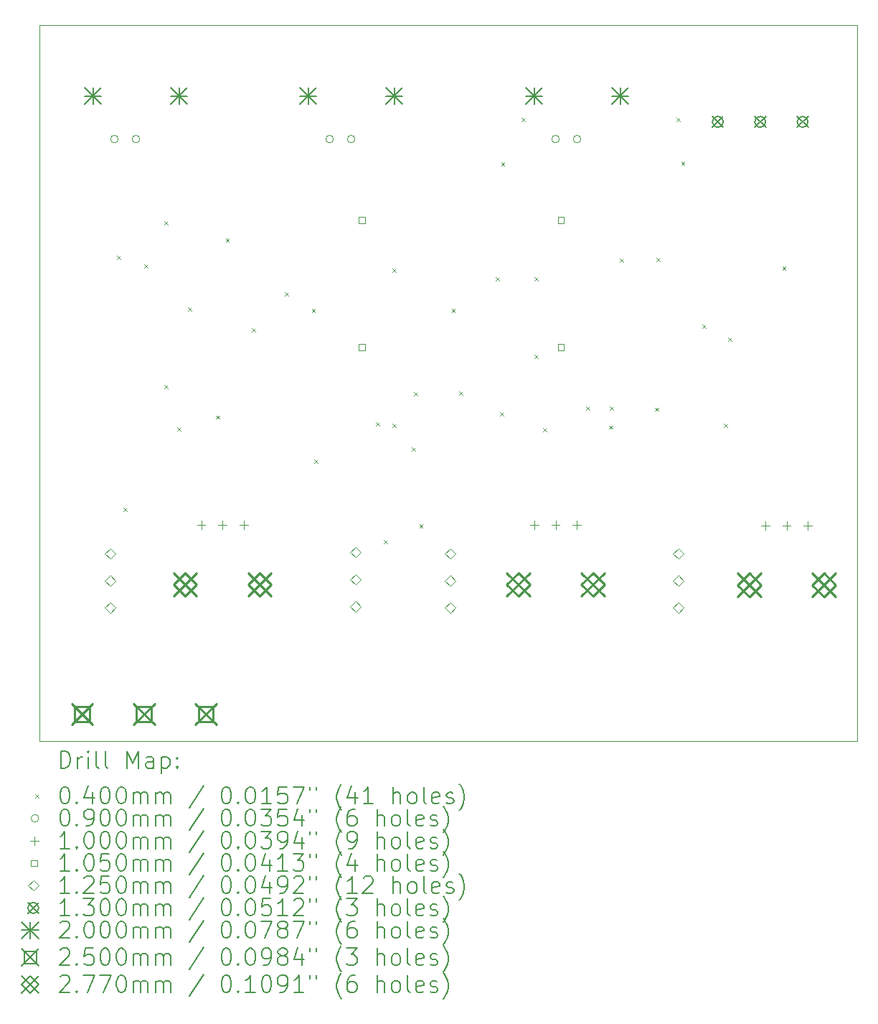
<source format=gbr>
%TF.GenerationSoftware,KiCad,Pcbnew,7.0.9*%
%TF.CreationDate,2024-05-07T07:23:26+02:00*%
%TF.ProjectId,ElectronicDuffing,456c6563-7472-46f6-9e69-634475666669,v 1.1*%
%TF.SameCoordinates,Original*%
%TF.FileFunction,Drillmap*%
%TF.FilePolarity,Positive*%
%FSLAX45Y45*%
G04 Gerber Fmt 4.5, Leading zero omitted, Abs format (unit mm)*
G04 Created by KiCad (PCBNEW 7.0.9) date 2024-05-07 07:23:26*
%MOMM*%
%LPD*%
G01*
G04 APERTURE LIST*
%ADD10C,0.100000*%
%ADD11C,0.200000*%
%ADD12C,0.105000*%
%ADD13C,0.125000*%
%ADD14C,0.130000*%
%ADD15C,0.250000*%
%ADD16C,0.277000*%
G04 APERTURE END LIST*
D10*
X4191000Y-7366000D02*
X13843000Y-7366000D01*
X13843000Y-15811500D01*
X4191000Y-15811500D01*
X4191000Y-7366000D01*
D11*
D10*
X5110800Y-10089200D02*
X5150800Y-10129200D01*
X5150800Y-10089200D02*
X5110800Y-10129200D01*
X5187000Y-13061000D02*
X5227000Y-13101000D01*
X5227000Y-13061000D02*
X5187000Y-13101000D01*
X5430670Y-10190800D02*
X5470670Y-10230800D01*
X5470670Y-10190800D02*
X5430670Y-10230800D01*
X5669600Y-9682800D02*
X5709600Y-9722800D01*
X5709600Y-9682800D02*
X5669600Y-9722800D01*
X5669600Y-11613200D02*
X5709600Y-11653200D01*
X5709600Y-11613200D02*
X5669600Y-11653200D01*
X5822000Y-12108500D02*
X5862000Y-12148500D01*
X5862000Y-12108500D02*
X5822000Y-12148500D01*
X5949000Y-10698800D02*
X5989000Y-10738800D01*
X5989000Y-10698800D02*
X5949000Y-10738800D01*
X6279200Y-11971000D02*
X6319200Y-12011000D01*
X6319200Y-11971000D02*
X6279200Y-12011000D01*
X6393500Y-9886000D02*
X6433500Y-9926000D01*
X6433500Y-9886000D02*
X6393500Y-9926000D01*
X6702490Y-10942400D02*
X6742490Y-10982400D01*
X6742490Y-10942400D02*
X6702490Y-10982400D01*
X7092000Y-10521000D02*
X7132000Y-10561000D01*
X7132000Y-10521000D02*
X7092000Y-10561000D01*
X7409500Y-10711500D02*
X7449500Y-10751500D01*
X7449500Y-10711500D02*
X7409500Y-10751500D01*
X7439020Y-12489400D02*
X7479020Y-12529400D01*
X7479020Y-12489400D02*
X7439020Y-12529400D01*
X8167880Y-12049000D02*
X8207880Y-12089000D01*
X8207880Y-12049000D02*
X8167880Y-12089000D01*
X8260400Y-13442000D02*
X8300400Y-13482000D01*
X8300400Y-13442000D02*
X8260400Y-13482000D01*
X8362000Y-10241600D02*
X8402000Y-10281600D01*
X8402000Y-10241600D02*
X8362000Y-10281600D01*
X8362000Y-12070400D02*
X8402000Y-12110400D01*
X8402000Y-12070400D02*
X8362000Y-12110400D01*
X8587830Y-12349700D02*
X8627830Y-12389700D01*
X8627830Y-12349700D02*
X8587830Y-12389700D01*
X8617030Y-11695000D02*
X8657030Y-11735000D01*
X8657030Y-11695000D02*
X8617030Y-11735000D01*
X8679500Y-13251500D02*
X8719500Y-13291500D01*
X8719500Y-13251500D02*
X8679500Y-13291500D01*
X9060500Y-10711500D02*
X9100500Y-10751500D01*
X9100500Y-10711500D02*
X9060500Y-10751500D01*
X9146220Y-11686200D02*
X9186220Y-11726200D01*
X9186220Y-11686200D02*
X9146220Y-11726200D01*
X9581200Y-10343200D02*
X9621200Y-10383200D01*
X9621200Y-10343200D02*
X9581200Y-10383200D01*
X9632000Y-11930600D02*
X9672000Y-11970600D01*
X9672000Y-11930600D02*
X9632000Y-11970600D01*
X9644700Y-8984300D02*
X9684700Y-9024300D01*
X9684700Y-8984300D02*
X9644700Y-9024300D01*
X9886000Y-8463600D02*
X9926000Y-8503600D01*
X9926000Y-8463600D02*
X9886000Y-8503600D01*
X10038400Y-10343200D02*
X10078400Y-10383200D01*
X10078400Y-10343200D02*
X10038400Y-10383200D01*
X10038400Y-11257600D02*
X10078400Y-11297600D01*
X10078400Y-11257600D02*
X10038400Y-11297600D01*
X10140000Y-12121200D02*
X10180000Y-12161200D01*
X10180000Y-12121200D02*
X10140000Y-12161200D01*
X10648000Y-11867200D02*
X10688000Y-11907200D01*
X10688000Y-11867200D02*
X10648000Y-11907200D01*
X10917800Y-12090600D02*
X10957800Y-12130600D01*
X10957800Y-12090600D02*
X10917800Y-12130600D01*
X10927400Y-11867200D02*
X10967400Y-11907200D01*
X10967400Y-11867200D02*
X10927400Y-11907200D01*
X11048000Y-10122800D02*
X11088000Y-10162800D01*
X11088000Y-10122800D02*
X11048000Y-10162800D01*
X11460800Y-11877500D02*
X11500800Y-11917500D01*
X11500800Y-11877500D02*
X11460800Y-11917500D01*
X11475900Y-10110000D02*
X11515900Y-10150000D01*
X11515900Y-10110000D02*
X11475900Y-10150000D01*
X11714800Y-8463600D02*
X11754800Y-8503600D01*
X11754800Y-8463600D02*
X11714800Y-8503600D01*
X11769670Y-8975670D02*
X11809670Y-9015670D01*
X11809670Y-8975670D02*
X11769670Y-9015670D01*
X12019600Y-10902000D02*
X12059600Y-10942000D01*
X12059600Y-10902000D02*
X12019600Y-10942000D01*
X12273600Y-12070400D02*
X12313600Y-12110400D01*
X12313600Y-12070400D02*
X12273600Y-12110400D01*
X12324400Y-11054400D02*
X12364400Y-11094400D01*
X12364400Y-11054400D02*
X12324400Y-11094400D01*
X12962900Y-10216300D02*
X13002900Y-10256300D01*
X13002900Y-10216300D02*
X12962900Y-10256300D01*
X5125000Y-8712000D02*
G75*
G03*
X5125000Y-8712000I-45000J0D01*
G01*
X5379000Y-8712000D02*
G75*
G03*
X5379000Y-8712000I-45000J0D01*
G01*
X7665000Y-8712000D02*
G75*
G03*
X7665000Y-8712000I-45000J0D01*
G01*
X7919000Y-8712000D02*
G75*
G03*
X7919000Y-8712000I-45000J0D01*
G01*
X10332000Y-8712000D02*
G75*
G03*
X10332000Y-8712000I-45000J0D01*
G01*
X10586000Y-8712000D02*
G75*
G03*
X10586000Y-8712000I-45000J0D01*
G01*
X6104500Y-13213000D02*
X6104500Y-13313000D01*
X6054500Y-13263000D02*
X6154500Y-13263000D01*
X6354500Y-13213000D02*
X6354500Y-13313000D01*
X6304500Y-13263000D02*
X6404500Y-13263000D01*
X6604500Y-13213000D02*
X6604500Y-13313000D01*
X6554500Y-13263000D02*
X6654500Y-13263000D01*
X10037000Y-13213000D02*
X10037000Y-13313000D01*
X9987000Y-13263000D02*
X10087000Y-13263000D01*
X10287000Y-13213000D02*
X10287000Y-13313000D01*
X10237000Y-13263000D02*
X10337000Y-13263000D01*
X10537000Y-13213000D02*
X10537000Y-13313000D01*
X10487000Y-13263000D02*
X10587000Y-13263000D01*
X12763500Y-13220000D02*
X12763500Y-13320000D01*
X12713500Y-13270000D02*
X12813500Y-13270000D01*
X13013500Y-13220000D02*
X13013500Y-13320000D01*
X12963500Y-13270000D02*
X13063500Y-13270000D01*
X13263500Y-13220000D02*
X13263500Y-13320000D01*
X13213500Y-13270000D02*
X13313500Y-13270000D01*
D12*
X8038123Y-9701124D02*
X8038123Y-9626877D01*
X7963876Y-9626877D01*
X7963876Y-9701124D01*
X8038123Y-9701124D01*
X8038123Y-11201123D02*
X8038123Y-11126877D01*
X7963876Y-11126877D01*
X7963876Y-11201123D01*
X8038123Y-11201123D01*
X10387624Y-9701124D02*
X10387624Y-9626877D01*
X10313377Y-9626877D01*
X10313377Y-9701124D01*
X10387624Y-9701124D01*
X10387624Y-11201123D02*
X10387624Y-11126877D01*
X10313377Y-11126877D01*
X10313377Y-11201123D01*
X10387624Y-11201123D01*
D13*
X5029200Y-13661700D02*
X5091700Y-13599200D01*
X5029200Y-13536700D01*
X4966700Y-13599200D01*
X5029200Y-13661700D01*
X5029200Y-13981700D02*
X5091700Y-13919200D01*
X5029200Y-13856700D01*
X4966700Y-13919200D01*
X5029200Y-13981700D01*
X5029200Y-14301700D02*
X5091700Y-14239200D01*
X5029200Y-14176700D01*
X4966700Y-14239200D01*
X5029200Y-14301700D01*
X7924800Y-13646500D02*
X7987300Y-13584000D01*
X7924800Y-13521500D01*
X7862300Y-13584000D01*
X7924800Y-13646500D01*
X7924800Y-13966500D02*
X7987300Y-13904000D01*
X7924800Y-13841500D01*
X7862300Y-13904000D01*
X7924800Y-13966500D01*
X7924800Y-14286500D02*
X7987300Y-14224000D01*
X7924800Y-14161500D01*
X7862300Y-14224000D01*
X7924800Y-14286500D01*
X9042400Y-13661700D02*
X9104900Y-13599200D01*
X9042400Y-13536700D01*
X8979900Y-13599200D01*
X9042400Y-13661700D01*
X9042400Y-13981700D02*
X9104900Y-13919200D01*
X9042400Y-13856700D01*
X8979900Y-13919200D01*
X9042400Y-13981700D01*
X9042400Y-14301700D02*
X9104900Y-14239200D01*
X9042400Y-14176700D01*
X8979900Y-14239200D01*
X9042400Y-14301700D01*
X11734800Y-13661700D02*
X11797300Y-13599200D01*
X11734800Y-13536700D01*
X11672300Y-13599200D01*
X11734800Y-13661700D01*
X11734800Y-13981700D02*
X11797300Y-13919200D01*
X11734800Y-13856700D01*
X11672300Y-13919200D01*
X11734800Y-13981700D01*
X11734800Y-14301700D02*
X11797300Y-14239200D01*
X11734800Y-14176700D01*
X11672300Y-14239200D01*
X11734800Y-14301700D01*
D14*
X12137500Y-8444000D02*
X12267500Y-8574000D01*
X12267500Y-8444000D02*
X12137500Y-8574000D01*
X12267500Y-8509000D02*
G75*
G03*
X12267500Y-8509000I-65000J0D01*
G01*
X12637500Y-8444000D02*
X12767500Y-8574000D01*
X12767500Y-8444000D02*
X12637500Y-8574000D01*
X12767500Y-8509000D02*
G75*
G03*
X12767500Y-8509000I-65000J0D01*
G01*
X13137500Y-8444000D02*
X13267500Y-8574000D01*
X13267500Y-8444000D02*
X13137500Y-8574000D01*
X13267500Y-8509000D02*
G75*
G03*
X13267500Y-8509000I-65000J0D01*
G01*
D11*
X4726000Y-8104000D02*
X4926000Y-8304000D01*
X4926000Y-8104000D02*
X4726000Y-8304000D01*
X4826000Y-8104000D02*
X4826000Y-8304000D01*
X4726000Y-8204000D02*
X4926000Y-8204000D01*
X5742000Y-8104000D02*
X5942000Y-8304000D01*
X5942000Y-8104000D02*
X5742000Y-8304000D01*
X5842000Y-8104000D02*
X5842000Y-8304000D01*
X5742000Y-8204000D02*
X5942000Y-8204000D01*
X7266000Y-8104000D02*
X7466000Y-8304000D01*
X7466000Y-8104000D02*
X7266000Y-8304000D01*
X7366000Y-8104000D02*
X7366000Y-8304000D01*
X7266000Y-8204000D02*
X7466000Y-8204000D01*
X8282000Y-8104000D02*
X8482000Y-8304000D01*
X8482000Y-8104000D02*
X8282000Y-8304000D01*
X8382000Y-8104000D02*
X8382000Y-8304000D01*
X8282000Y-8204000D02*
X8482000Y-8204000D01*
X9933000Y-8104000D02*
X10133000Y-8304000D01*
X10133000Y-8104000D02*
X9933000Y-8304000D01*
X10033000Y-8104000D02*
X10033000Y-8304000D01*
X9933000Y-8204000D02*
X10133000Y-8204000D01*
X10949000Y-8104000D02*
X11149000Y-8304000D01*
X11149000Y-8104000D02*
X10949000Y-8304000D01*
X11049000Y-8104000D02*
X11049000Y-8304000D01*
X10949000Y-8204000D02*
X11149000Y-8204000D01*
D15*
X4574000Y-15369000D02*
X4824000Y-15619000D01*
X4824000Y-15369000D02*
X4574000Y-15619000D01*
X4787389Y-15582389D02*
X4787389Y-15405611D01*
X4610611Y-15405611D01*
X4610611Y-15582389D01*
X4787389Y-15582389D01*
X5304250Y-15369000D02*
X5554250Y-15619000D01*
X5554250Y-15369000D02*
X5304250Y-15619000D01*
X5517639Y-15582389D02*
X5517639Y-15405611D01*
X5340861Y-15405611D01*
X5340861Y-15582389D01*
X5517639Y-15582389D01*
X6034500Y-15369000D02*
X6284500Y-15619000D01*
X6284500Y-15369000D02*
X6034500Y-15619000D01*
X6247889Y-15582389D02*
X6247889Y-15405611D01*
X6071111Y-15405611D01*
X6071111Y-15582389D01*
X6247889Y-15582389D01*
D16*
X5776000Y-13824500D02*
X6053000Y-14101500D01*
X6053000Y-13824500D02*
X5776000Y-14101500D01*
X5914500Y-14101500D02*
X6053000Y-13963000D01*
X5914500Y-13824500D01*
X5776000Y-13963000D01*
X5914500Y-14101500D01*
X6656000Y-13824500D02*
X6933000Y-14101500D01*
X6933000Y-13824500D02*
X6656000Y-14101500D01*
X6794500Y-14101500D02*
X6933000Y-13963000D01*
X6794500Y-13824500D01*
X6656000Y-13963000D01*
X6794500Y-14101500D01*
X9708500Y-13824500D02*
X9985500Y-14101500D01*
X9985500Y-13824500D02*
X9708500Y-14101500D01*
X9847000Y-14101500D02*
X9985500Y-13963000D01*
X9847000Y-13824500D01*
X9708500Y-13963000D01*
X9847000Y-14101500D01*
X10588500Y-13824500D02*
X10865500Y-14101500D01*
X10865500Y-13824500D02*
X10588500Y-14101500D01*
X10727000Y-14101500D02*
X10865500Y-13963000D01*
X10727000Y-13824500D01*
X10588500Y-13963000D01*
X10727000Y-14101500D01*
X12435000Y-13831500D02*
X12712000Y-14108500D01*
X12712000Y-13831500D02*
X12435000Y-14108500D01*
X12573500Y-14108500D02*
X12712000Y-13970000D01*
X12573500Y-13831500D01*
X12435000Y-13970000D01*
X12573500Y-14108500D01*
X13315000Y-13831500D02*
X13592000Y-14108500D01*
X13592000Y-13831500D02*
X13315000Y-14108500D01*
X13453500Y-14108500D02*
X13592000Y-13970000D01*
X13453500Y-13831500D01*
X13315000Y-13970000D01*
X13453500Y-14108500D01*
D11*
X4446777Y-16127984D02*
X4446777Y-15927984D01*
X4446777Y-15927984D02*
X4494396Y-15927984D01*
X4494396Y-15927984D02*
X4522967Y-15937508D01*
X4522967Y-15937508D02*
X4542015Y-15956555D01*
X4542015Y-15956555D02*
X4551539Y-15975603D01*
X4551539Y-15975603D02*
X4561063Y-16013698D01*
X4561063Y-16013698D02*
X4561063Y-16042269D01*
X4561063Y-16042269D02*
X4551539Y-16080365D01*
X4551539Y-16080365D02*
X4542015Y-16099412D01*
X4542015Y-16099412D02*
X4522967Y-16118460D01*
X4522967Y-16118460D02*
X4494396Y-16127984D01*
X4494396Y-16127984D02*
X4446777Y-16127984D01*
X4646777Y-16127984D02*
X4646777Y-15994650D01*
X4646777Y-16032746D02*
X4656301Y-16013698D01*
X4656301Y-16013698D02*
X4665824Y-16004174D01*
X4665824Y-16004174D02*
X4684872Y-15994650D01*
X4684872Y-15994650D02*
X4703920Y-15994650D01*
X4770586Y-16127984D02*
X4770586Y-15994650D01*
X4770586Y-15927984D02*
X4761063Y-15937508D01*
X4761063Y-15937508D02*
X4770586Y-15947031D01*
X4770586Y-15947031D02*
X4780110Y-15937508D01*
X4780110Y-15937508D02*
X4770586Y-15927984D01*
X4770586Y-15927984D02*
X4770586Y-15947031D01*
X4894396Y-16127984D02*
X4875348Y-16118460D01*
X4875348Y-16118460D02*
X4865824Y-16099412D01*
X4865824Y-16099412D02*
X4865824Y-15927984D01*
X4999158Y-16127984D02*
X4980110Y-16118460D01*
X4980110Y-16118460D02*
X4970586Y-16099412D01*
X4970586Y-16099412D02*
X4970586Y-15927984D01*
X5227729Y-16127984D02*
X5227729Y-15927984D01*
X5227729Y-15927984D02*
X5294396Y-16070841D01*
X5294396Y-16070841D02*
X5361063Y-15927984D01*
X5361063Y-15927984D02*
X5361063Y-16127984D01*
X5542015Y-16127984D02*
X5542015Y-16023222D01*
X5542015Y-16023222D02*
X5532491Y-16004174D01*
X5532491Y-16004174D02*
X5513444Y-15994650D01*
X5513444Y-15994650D02*
X5475348Y-15994650D01*
X5475348Y-15994650D02*
X5456301Y-16004174D01*
X5542015Y-16118460D02*
X5522967Y-16127984D01*
X5522967Y-16127984D02*
X5475348Y-16127984D01*
X5475348Y-16127984D02*
X5456301Y-16118460D01*
X5456301Y-16118460D02*
X5446777Y-16099412D01*
X5446777Y-16099412D02*
X5446777Y-16080365D01*
X5446777Y-16080365D02*
X5456301Y-16061317D01*
X5456301Y-16061317D02*
X5475348Y-16051793D01*
X5475348Y-16051793D02*
X5522967Y-16051793D01*
X5522967Y-16051793D02*
X5542015Y-16042269D01*
X5637253Y-15994650D02*
X5637253Y-16194650D01*
X5637253Y-16004174D02*
X5656301Y-15994650D01*
X5656301Y-15994650D02*
X5694396Y-15994650D01*
X5694396Y-15994650D02*
X5713443Y-16004174D01*
X5713443Y-16004174D02*
X5722967Y-16013698D01*
X5722967Y-16013698D02*
X5732491Y-16032746D01*
X5732491Y-16032746D02*
X5732491Y-16089888D01*
X5732491Y-16089888D02*
X5722967Y-16108936D01*
X5722967Y-16108936D02*
X5713443Y-16118460D01*
X5713443Y-16118460D02*
X5694396Y-16127984D01*
X5694396Y-16127984D02*
X5656301Y-16127984D01*
X5656301Y-16127984D02*
X5637253Y-16118460D01*
X5818205Y-16108936D02*
X5827729Y-16118460D01*
X5827729Y-16118460D02*
X5818205Y-16127984D01*
X5818205Y-16127984D02*
X5808682Y-16118460D01*
X5808682Y-16118460D02*
X5818205Y-16108936D01*
X5818205Y-16108936D02*
X5818205Y-16127984D01*
X5818205Y-16004174D02*
X5827729Y-16013698D01*
X5827729Y-16013698D02*
X5818205Y-16023222D01*
X5818205Y-16023222D02*
X5808682Y-16013698D01*
X5808682Y-16013698D02*
X5818205Y-16004174D01*
X5818205Y-16004174D02*
X5818205Y-16023222D01*
D10*
X4146000Y-16436500D02*
X4186000Y-16476500D01*
X4186000Y-16436500D02*
X4146000Y-16476500D01*
D11*
X4484872Y-16347984D02*
X4503920Y-16347984D01*
X4503920Y-16347984D02*
X4522967Y-16357508D01*
X4522967Y-16357508D02*
X4532491Y-16367031D01*
X4532491Y-16367031D02*
X4542015Y-16386079D01*
X4542015Y-16386079D02*
X4551539Y-16424174D01*
X4551539Y-16424174D02*
X4551539Y-16471793D01*
X4551539Y-16471793D02*
X4542015Y-16509888D01*
X4542015Y-16509888D02*
X4532491Y-16528936D01*
X4532491Y-16528936D02*
X4522967Y-16538460D01*
X4522967Y-16538460D02*
X4503920Y-16547984D01*
X4503920Y-16547984D02*
X4484872Y-16547984D01*
X4484872Y-16547984D02*
X4465824Y-16538460D01*
X4465824Y-16538460D02*
X4456301Y-16528936D01*
X4456301Y-16528936D02*
X4446777Y-16509888D01*
X4446777Y-16509888D02*
X4437253Y-16471793D01*
X4437253Y-16471793D02*
X4437253Y-16424174D01*
X4437253Y-16424174D02*
X4446777Y-16386079D01*
X4446777Y-16386079D02*
X4456301Y-16367031D01*
X4456301Y-16367031D02*
X4465824Y-16357508D01*
X4465824Y-16357508D02*
X4484872Y-16347984D01*
X4637253Y-16528936D02*
X4646777Y-16538460D01*
X4646777Y-16538460D02*
X4637253Y-16547984D01*
X4637253Y-16547984D02*
X4627729Y-16538460D01*
X4627729Y-16538460D02*
X4637253Y-16528936D01*
X4637253Y-16528936D02*
X4637253Y-16547984D01*
X4818205Y-16414650D02*
X4818205Y-16547984D01*
X4770586Y-16338460D02*
X4722967Y-16481317D01*
X4722967Y-16481317D02*
X4846777Y-16481317D01*
X4961063Y-16347984D02*
X4980110Y-16347984D01*
X4980110Y-16347984D02*
X4999158Y-16357508D01*
X4999158Y-16357508D02*
X5008682Y-16367031D01*
X5008682Y-16367031D02*
X5018205Y-16386079D01*
X5018205Y-16386079D02*
X5027729Y-16424174D01*
X5027729Y-16424174D02*
X5027729Y-16471793D01*
X5027729Y-16471793D02*
X5018205Y-16509888D01*
X5018205Y-16509888D02*
X5008682Y-16528936D01*
X5008682Y-16528936D02*
X4999158Y-16538460D01*
X4999158Y-16538460D02*
X4980110Y-16547984D01*
X4980110Y-16547984D02*
X4961063Y-16547984D01*
X4961063Y-16547984D02*
X4942015Y-16538460D01*
X4942015Y-16538460D02*
X4932491Y-16528936D01*
X4932491Y-16528936D02*
X4922967Y-16509888D01*
X4922967Y-16509888D02*
X4913444Y-16471793D01*
X4913444Y-16471793D02*
X4913444Y-16424174D01*
X4913444Y-16424174D02*
X4922967Y-16386079D01*
X4922967Y-16386079D02*
X4932491Y-16367031D01*
X4932491Y-16367031D02*
X4942015Y-16357508D01*
X4942015Y-16357508D02*
X4961063Y-16347984D01*
X5151539Y-16347984D02*
X5170586Y-16347984D01*
X5170586Y-16347984D02*
X5189634Y-16357508D01*
X5189634Y-16357508D02*
X5199158Y-16367031D01*
X5199158Y-16367031D02*
X5208682Y-16386079D01*
X5208682Y-16386079D02*
X5218205Y-16424174D01*
X5218205Y-16424174D02*
X5218205Y-16471793D01*
X5218205Y-16471793D02*
X5208682Y-16509888D01*
X5208682Y-16509888D02*
X5199158Y-16528936D01*
X5199158Y-16528936D02*
X5189634Y-16538460D01*
X5189634Y-16538460D02*
X5170586Y-16547984D01*
X5170586Y-16547984D02*
X5151539Y-16547984D01*
X5151539Y-16547984D02*
X5132491Y-16538460D01*
X5132491Y-16538460D02*
X5122967Y-16528936D01*
X5122967Y-16528936D02*
X5113444Y-16509888D01*
X5113444Y-16509888D02*
X5103920Y-16471793D01*
X5103920Y-16471793D02*
X5103920Y-16424174D01*
X5103920Y-16424174D02*
X5113444Y-16386079D01*
X5113444Y-16386079D02*
X5122967Y-16367031D01*
X5122967Y-16367031D02*
X5132491Y-16357508D01*
X5132491Y-16357508D02*
X5151539Y-16347984D01*
X5303920Y-16547984D02*
X5303920Y-16414650D01*
X5303920Y-16433698D02*
X5313444Y-16424174D01*
X5313444Y-16424174D02*
X5332491Y-16414650D01*
X5332491Y-16414650D02*
X5361063Y-16414650D01*
X5361063Y-16414650D02*
X5380110Y-16424174D01*
X5380110Y-16424174D02*
X5389634Y-16443222D01*
X5389634Y-16443222D02*
X5389634Y-16547984D01*
X5389634Y-16443222D02*
X5399158Y-16424174D01*
X5399158Y-16424174D02*
X5418205Y-16414650D01*
X5418205Y-16414650D02*
X5446777Y-16414650D01*
X5446777Y-16414650D02*
X5465825Y-16424174D01*
X5465825Y-16424174D02*
X5475348Y-16443222D01*
X5475348Y-16443222D02*
X5475348Y-16547984D01*
X5570586Y-16547984D02*
X5570586Y-16414650D01*
X5570586Y-16433698D02*
X5580110Y-16424174D01*
X5580110Y-16424174D02*
X5599158Y-16414650D01*
X5599158Y-16414650D02*
X5627729Y-16414650D01*
X5627729Y-16414650D02*
X5646777Y-16424174D01*
X5646777Y-16424174D02*
X5656301Y-16443222D01*
X5656301Y-16443222D02*
X5656301Y-16547984D01*
X5656301Y-16443222D02*
X5665824Y-16424174D01*
X5665824Y-16424174D02*
X5684872Y-16414650D01*
X5684872Y-16414650D02*
X5713443Y-16414650D01*
X5713443Y-16414650D02*
X5732491Y-16424174D01*
X5732491Y-16424174D02*
X5742015Y-16443222D01*
X5742015Y-16443222D02*
X5742015Y-16547984D01*
X6132491Y-16338460D02*
X5961063Y-16595603D01*
X6389634Y-16347984D02*
X6408682Y-16347984D01*
X6408682Y-16347984D02*
X6427729Y-16357508D01*
X6427729Y-16357508D02*
X6437253Y-16367031D01*
X6437253Y-16367031D02*
X6446777Y-16386079D01*
X6446777Y-16386079D02*
X6456301Y-16424174D01*
X6456301Y-16424174D02*
X6456301Y-16471793D01*
X6456301Y-16471793D02*
X6446777Y-16509888D01*
X6446777Y-16509888D02*
X6437253Y-16528936D01*
X6437253Y-16528936D02*
X6427729Y-16538460D01*
X6427729Y-16538460D02*
X6408682Y-16547984D01*
X6408682Y-16547984D02*
X6389634Y-16547984D01*
X6389634Y-16547984D02*
X6370586Y-16538460D01*
X6370586Y-16538460D02*
X6361063Y-16528936D01*
X6361063Y-16528936D02*
X6351539Y-16509888D01*
X6351539Y-16509888D02*
X6342015Y-16471793D01*
X6342015Y-16471793D02*
X6342015Y-16424174D01*
X6342015Y-16424174D02*
X6351539Y-16386079D01*
X6351539Y-16386079D02*
X6361063Y-16367031D01*
X6361063Y-16367031D02*
X6370586Y-16357508D01*
X6370586Y-16357508D02*
X6389634Y-16347984D01*
X6542015Y-16528936D02*
X6551539Y-16538460D01*
X6551539Y-16538460D02*
X6542015Y-16547984D01*
X6542015Y-16547984D02*
X6532491Y-16538460D01*
X6532491Y-16538460D02*
X6542015Y-16528936D01*
X6542015Y-16528936D02*
X6542015Y-16547984D01*
X6675348Y-16347984D02*
X6694396Y-16347984D01*
X6694396Y-16347984D02*
X6713444Y-16357508D01*
X6713444Y-16357508D02*
X6722967Y-16367031D01*
X6722967Y-16367031D02*
X6732491Y-16386079D01*
X6732491Y-16386079D02*
X6742015Y-16424174D01*
X6742015Y-16424174D02*
X6742015Y-16471793D01*
X6742015Y-16471793D02*
X6732491Y-16509888D01*
X6732491Y-16509888D02*
X6722967Y-16528936D01*
X6722967Y-16528936D02*
X6713444Y-16538460D01*
X6713444Y-16538460D02*
X6694396Y-16547984D01*
X6694396Y-16547984D02*
X6675348Y-16547984D01*
X6675348Y-16547984D02*
X6656301Y-16538460D01*
X6656301Y-16538460D02*
X6646777Y-16528936D01*
X6646777Y-16528936D02*
X6637253Y-16509888D01*
X6637253Y-16509888D02*
X6627729Y-16471793D01*
X6627729Y-16471793D02*
X6627729Y-16424174D01*
X6627729Y-16424174D02*
X6637253Y-16386079D01*
X6637253Y-16386079D02*
X6646777Y-16367031D01*
X6646777Y-16367031D02*
X6656301Y-16357508D01*
X6656301Y-16357508D02*
X6675348Y-16347984D01*
X6932491Y-16547984D02*
X6818206Y-16547984D01*
X6875348Y-16547984D02*
X6875348Y-16347984D01*
X6875348Y-16347984D02*
X6856301Y-16376555D01*
X6856301Y-16376555D02*
X6837253Y-16395603D01*
X6837253Y-16395603D02*
X6818206Y-16405127D01*
X7113444Y-16347984D02*
X7018206Y-16347984D01*
X7018206Y-16347984D02*
X7008682Y-16443222D01*
X7008682Y-16443222D02*
X7018206Y-16433698D01*
X7018206Y-16433698D02*
X7037253Y-16424174D01*
X7037253Y-16424174D02*
X7084872Y-16424174D01*
X7084872Y-16424174D02*
X7103920Y-16433698D01*
X7103920Y-16433698D02*
X7113444Y-16443222D01*
X7113444Y-16443222D02*
X7122967Y-16462269D01*
X7122967Y-16462269D02*
X7122967Y-16509888D01*
X7122967Y-16509888D02*
X7113444Y-16528936D01*
X7113444Y-16528936D02*
X7103920Y-16538460D01*
X7103920Y-16538460D02*
X7084872Y-16547984D01*
X7084872Y-16547984D02*
X7037253Y-16547984D01*
X7037253Y-16547984D02*
X7018206Y-16538460D01*
X7018206Y-16538460D02*
X7008682Y-16528936D01*
X7189634Y-16347984D02*
X7322967Y-16347984D01*
X7322967Y-16347984D02*
X7237253Y-16547984D01*
X7389634Y-16347984D02*
X7389634Y-16386079D01*
X7465825Y-16347984D02*
X7465825Y-16386079D01*
X7761063Y-16624174D02*
X7751539Y-16614650D01*
X7751539Y-16614650D02*
X7732491Y-16586079D01*
X7732491Y-16586079D02*
X7722968Y-16567031D01*
X7722968Y-16567031D02*
X7713444Y-16538460D01*
X7713444Y-16538460D02*
X7703920Y-16490841D01*
X7703920Y-16490841D02*
X7703920Y-16452746D01*
X7703920Y-16452746D02*
X7713444Y-16405127D01*
X7713444Y-16405127D02*
X7722968Y-16376555D01*
X7722968Y-16376555D02*
X7732491Y-16357508D01*
X7732491Y-16357508D02*
X7751539Y-16328936D01*
X7751539Y-16328936D02*
X7761063Y-16319412D01*
X7922968Y-16414650D02*
X7922968Y-16547984D01*
X7875348Y-16338460D02*
X7827729Y-16481317D01*
X7827729Y-16481317D02*
X7951539Y-16481317D01*
X8132491Y-16547984D02*
X8018206Y-16547984D01*
X8075348Y-16547984D02*
X8075348Y-16347984D01*
X8075348Y-16347984D02*
X8056301Y-16376555D01*
X8056301Y-16376555D02*
X8037253Y-16395603D01*
X8037253Y-16395603D02*
X8018206Y-16405127D01*
X8370587Y-16547984D02*
X8370587Y-16347984D01*
X8456301Y-16547984D02*
X8456301Y-16443222D01*
X8456301Y-16443222D02*
X8446777Y-16424174D01*
X8446777Y-16424174D02*
X8427730Y-16414650D01*
X8427730Y-16414650D02*
X8399158Y-16414650D01*
X8399158Y-16414650D02*
X8380110Y-16424174D01*
X8380110Y-16424174D02*
X8370587Y-16433698D01*
X8580111Y-16547984D02*
X8561063Y-16538460D01*
X8561063Y-16538460D02*
X8551539Y-16528936D01*
X8551539Y-16528936D02*
X8542015Y-16509888D01*
X8542015Y-16509888D02*
X8542015Y-16452746D01*
X8542015Y-16452746D02*
X8551539Y-16433698D01*
X8551539Y-16433698D02*
X8561063Y-16424174D01*
X8561063Y-16424174D02*
X8580111Y-16414650D01*
X8580111Y-16414650D02*
X8608682Y-16414650D01*
X8608682Y-16414650D02*
X8627730Y-16424174D01*
X8627730Y-16424174D02*
X8637253Y-16433698D01*
X8637253Y-16433698D02*
X8646777Y-16452746D01*
X8646777Y-16452746D02*
X8646777Y-16509888D01*
X8646777Y-16509888D02*
X8637253Y-16528936D01*
X8637253Y-16528936D02*
X8627730Y-16538460D01*
X8627730Y-16538460D02*
X8608682Y-16547984D01*
X8608682Y-16547984D02*
X8580111Y-16547984D01*
X8761063Y-16547984D02*
X8742015Y-16538460D01*
X8742015Y-16538460D02*
X8732492Y-16519412D01*
X8732492Y-16519412D02*
X8732492Y-16347984D01*
X8913444Y-16538460D02*
X8894396Y-16547984D01*
X8894396Y-16547984D02*
X8856301Y-16547984D01*
X8856301Y-16547984D02*
X8837253Y-16538460D01*
X8837253Y-16538460D02*
X8827730Y-16519412D01*
X8827730Y-16519412D02*
X8827730Y-16443222D01*
X8827730Y-16443222D02*
X8837253Y-16424174D01*
X8837253Y-16424174D02*
X8856301Y-16414650D01*
X8856301Y-16414650D02*
X8894396Y-16414650D01*
X8894396Y-16414650D02*
X8913444Y-16424174D01*
X8913444Y-16424174D02*
X8922968Y-16443222D01*
X8922968Y-16443222D02*
X8922968Y-16462269D01*
X8922968Y-16462269D02*
X8827730Y-16481317D01*
X8999158Y-16538460D02*
X9018206Y-16547984D01*
X9018206Y-16547984D02*
X9056301Y-16547984D01*
X9056301Y-16547984D02*
X9075349Y-16538460D01*
X9075349Y-16538460D02*
X9084873Y-16519412D01*
X9084873Y-16519412D02*
X9084873Y-16509888D01*
X9084873Y-16509888D02*
X9075349Y-16490841D01*
X9075349Y-16490841D02*
X9056301Y-16481317D01*
X9056301Y-16481317D02*
X9027730Y-16481317D01*
X9027730Y-16481317D02*
X9008682Y-16471793D01*
X9008682Y-16471793D02*
X8999158Y-16452746D01*
X8999158Y-16452746D02*
X8999158Y-16443222D01*
X8999158Y-16443222D02*
X9008682Y-16424174D01*
X9008682Y-16424174D02*
X9027730Y-16414650D01*
X9027730Y-16414650D02*
X9056301Y-16414650D01*
X9056301Y-16414650D02*
X9075349Y-16424174D01*
X9151539Y-16624174D02*
X9161063Y-16614650D01*
X9161063Y-16614650D02*
X9180111Y-16586079D01*
X9180111Y-16586079D02*
X9189634Y-16567031D01*
X9189634Y-16567031D02*
X9199158Y-16538460D01*
X9199158Y-16538460D02*
X9208682Y-16490841D01*
X9208682Y-16490841D02*
X9208682Y-16452746D01*
X9208682Y-16452746D02*
X9199158Y-16405127D01*
X9199158Y-16405127D02*
X9189634Y-16376555D01*
X9189634Y-16376555D02*
X9180111Y-16357508D01*
X9180111Y-16357508D02*
X9161063Y-16328936D01*
X9161063Y-16328936D02*
X9151539Y-16319412D01*
D10*
X4186000Y-16720500D02*
G75*
G03*
X4186000Y-16720500I-45000J0D01*
G01*
D11*
X4484872Y-16611984D02*
X4503920Y-16611984D01*
X4503920Y-16611984D02*
X4522967Y-16621508D01*
X4522967Y-16621508D02*
X4532491Y-16631031D01*
X4532491Y-16631031D02*
X4542015Y-16650079D01*
X4542015Y-16650079D02*
X4551539Y-16688174D01*
X4551539Y-16688174D02*
X4551539Y-16735793D01*
X4551539Y-16735793D02*
X4542015Y-16773888D01*
X4542015Y-16773888D02*
X4532491Y-16792936D01*
X4532491Y-16792936D02*
X4522967Y-16802460D01*
X4522967Y-16802460D02*
X4503920Y-16811984D01*
X4503920Y-16811984D02*
X4484872Y-16811984D01*
X4484872Y-16811984D02*
X4465824Y-16802460D01*
X4465824Y-16802460D02*
X4456301Y-16792936D01*
X4456301Y-16792936D02*
X4446777Y-16773888D01*
X4446777Y-16773888D02*
X4437253Y-16735793D01*
X4437253Y-16735793D02*
X4437253Y-16688174D01*
X4437253Y-16688174D02*
X4446777Y-16650079D01*
X4446777Y-16650079D02*
X4456301Y-16631031D01*
X4456301Y-16631031D02*
X4465824Y-16621508D01*
X4465824Y-16621508D02*
X4484872Y-16611984D01*
X4637253Y-16792936D02*
X4646777Y-16802460D01*
X4646777Y-16802460D02*
X4637253Y-16811984D01*
X4637253Y-16811984D02*
X4627729Y-16802460D01*
X4627729Y-16802460D02*
X4637253Y-16792936D01*
X4637253Y-16792936D02*
X4637253Y-16811984D01*
X4742015Y-16811984D02*
X4780110Y-16811984D01*
X4780110Y-16811984D02*
X4799158Y-16802460D01*
X4799158Y-16802460D02*
X4808682Y-16792936D01*
X4808682Y-16792936D02*
X4827729Y-16764365D01*
X4827729Y-16764365D02*
X4837253Y-16726269D01*
X4837253Y-16726269D02*
X4837253Y-16650079D01*
X4837253Y-16650079D02*
X4827729Y-16631031D01*
X4827729Y-16631031D02*
X4818205Y-16621508D01*
X4818205Y-16621508D02*
X4799158Y-16611984D01*
X4799158Y-16611984D02*
X4761063Y-16611984D01*
X4761063Y-16611984D02*
X4742015Y-16621508D01*
X4742015Y-16621508D02*
X4732491Y-16631031D01*
X4732491Y-16631031D02*
X4722967Y-16650079D01*
X4722967Y-16650079D02*
X4722967Y-16697698D01*
X4722967Y-16697698D02*
X4732491Y-16716746D01*
X4732491Y-16716746D02*
X4742015Y-16726269D01*
X4742015Y-16726269D02*
X4761063Y-16735793D01*
X4761063Y-16735793D02*
X4799158Y-16735793D01*
X4799158Y-16735793D02*
X4818205Y-16726269D01*
X4818205Y-16726269D02*
X4827729Y-16716746D01*
X4827729Y-16716746D02*
X4837253Y-16697698D01*
X4961063Y-16611984D02*
X4980110Y-16611984D01*
X4980110Y-16611984D02*
X4999158Y-16621508D01*
X4999158Y-16621508D02*
X5008682Y-16631031D01*
X5008682Y-16631031D02*
X5018205Y-16650079D01*
X5018205Y-16650079D02*
X5027729Y-16688174D01*
X5027729Y-16688174D02*
X5027729Y-16735793D01*
X5027729Y-16735793D02*
X5018205Y-16773888D01*
X5018205Y-16773888D02*
X5008682Y-16792936D01*
X5008682Y-16792936D02*
X4999158Y-16802460D01*
X4999158Y-16802460D02*
X4980110Y-16811984D01*
X4980110Y-16811984D02*
X4961063Y-16811984D01*
X4961063Y-16811984D02*
X4942015Y-16802460D01*
X4942015Y-16802460D02*
X4932491Y-16792936D01*
X4932491Y-16792936D02*
X4922967Y-16773888D01*
X4922967Y-16773888D02*
X4913444Y-16735793D01*
X4913444Y-16735793D02*
X4913444Y-16688174D01*
X4913444Y-16688174D02*
X4922967Y-16650079D01*
X4922967Y-16650079D02*
X4932491Y-16631031D01*
X4932491Y-16631031D02*
X4942015Y-16621508D01*
X4942015Y-16621508D02*
X4961063Y-16611984D01*
X5151539Y-16611984D02*
X5170586Y-16611984D01*
X5170586Y-16611984D02*
X5189634Y-16621508D01*
X5189634Y-16621508D02*
X5199158Y-16631031D01*
X5199158Y-16631031D02*
X5208682Y-16650079D01*
X5208682Y-16650079D02*
X5218205Y-16688174D01*
X5218205Y-16688174D02*
X5218205Y-16735793D01*
X5218205Y-16735793D02*
X5208682Y-16773888D01*
X5208682Y-16773888D02*
X5199158Y-16792936D01*
X5199158Y-16792936D02*
X5189634Y-16802460D01*
X5189634Y-16802460D02*
X5170586Y-16811984D01*
X5170586Y-16811984D02*
X5151539Y-16811984D01*
X5151539Y-16811984D02*
X5132491Y-16802460D01*
X5132491Y-16802460D02*
X5122967Y-16792936D01*
X5122967Y-16792936D02*
X5113444Y-16773888D01*
X5113444Y-16773888D02*
X5103920Y-16735793D01*
X5103920Y-16735793D02*
X5103920Y-16688174D01*
X5103920Y-16688174D02*
X5113444Y-16650079D01*
X5113444Y-16650079D02*
X5122967Y-16631031D01*
X5122967Y-16631031D02*
X5132491Y-16621508D01*
X5132491Y-16621508D02*
X5151539Y-16611984D01*
X5303920Y-16811984D02*
X5303920Y-16678650D01*
X5303920Y-16697698D02*
X5313444Y-16688174D01*
X5313444Y-16688174D02*
X5332491Y-16678650D01*
X5332491Y-16678650D02*
X5361063Y-16678650D01*
X5361063Y-16678650D02*
X5380110Y-16688174D01*
X5380110Y-16688174D02*
X5389634Y-16707222D01*
X5389634Y-16707222D02*
X5389634Y-16811984D01*
X5389634Y-16707222D02*
X5399158Y-16688174D01*
X5399158Y-16688174D02*
X5418205Y-16678650D01*
X5418205Y-16678650D02*
X5446777Y-16678650D01*
X5446777Y-16678650D02*
X5465825Y-16688174D01*
X5465825Y-16688174D02*
X5475348Y-16707222D01*
X5475348Y-16707222D02*
X5475348Y-16811984D01*
X5570586Y-16811984D02*
X5570586Y-16678650D01*
X5570586Y-16697698D02*
X5580110Y-16688174D01*
X5580110Y-16688174D02*
X5599158Y-16678650D01*
X5599158Y-16678650D02*
X5627729Y-16678650D01*
X5627729Y-16678650D02*
X5646777Y-16688174D01*
X5646777Y-16688174D02*
X5656301Y-16707222D01*
X5656301Y-16707222D02*
X5656301Y-16811984D01*
X5656301Y-16707222D02*
X5665824Y-16688174D01*
X5665824Y-16688174D02*
X5684872Y-16678650D01*
X5684872Y-16678650D02*
X5713443Y-16678650D01*
X5713443Y-16678650D02*
X5732491Y-16688174D01*
X5732491Y-16688174D02*
X5742015Y-16707222D01*
X5742015Y-16707222D02*
X5742015Y-16811984D01*
X6132491Y-16602460D02*
X5961063Y-16859603D01*
X6389634Y-16611984D02*
X6408682Y-16611984D01*
X6408682Y-16611984D02*
X6427729Y-16621508D01*
X6427729Y-16621508D02*
X6437253Y-16631031D01*
X6437253Y-16631031D02*
X6446777Y-16650079D01*
X6446777Y-16650079D02*
X6456301Y-16688174D01*
X6456301Y-16688174D02*
X6456301Y-16735793D01*
X6456301Y-16735793D02*
X6446777Y-16773888D01*
X6446777Y-16773888D02*
X6437253Y-16792936D01*
X6437253Y-16792936D02*
X6427729Y-16802460D01*
X6427729Y-16802460D02*
X6408682Y-16811984D01*
X6408682Y-16811984D02*
X6389634Y-16811984D01*
X6389634Y-16811984D02*
X6370586Y-16802460D01*
X6370586Y-16802460D02*
X6361063Y-16792936D01*
X6361063Y-16792936D02*
X6351539Y-16773888D01*
X6351539Y-16773888D02*
X6342015Y-16735793D01*
X6342015Y-16735793D02*
X6342015Y-16688174D01*
X6342015Y-16688174D02*
X6351539Y-16650079D01*
X6351539Y-16650079D02*
X6361063Y-16631031D01*
X6361063Y-16631031D02*
X6370586Y-16621508D01*
X6370586Y-16621508D02*
X6389634Y-16611984D01*
X6542015Y-16792936D02*
X6551539Y-16802460D01*
X6551539Y-16802460D02*
X6542015Y-16811984D01*
X6542015Y-16811984D02*
X6532491Y-16802460D01*
X6532491Y-16802460D02*
X6542015Y-16792936D01*
X6542015Y-16792936D02*
X6542015Y-16811984D01*
X6675348Y-16611984D02*
X6694396Y-16611984D01*
X6694396Y-16611984D02*
X6713444Y-16621508D01*
X6713444Y-16621508D02*
X6722967Y-16631031D01*
X6722967Y-16631031D02*
X6732491Y-16650079D01*
X6732491Y-16650079D02*
X6742015Y-16688174D01*
X6742015Y-16688174D02*
X6742015Y-16735793D01*
X6742015Y-16735793D02*
X6732491Y-16773888D01*
X6732491Y-16773888D02*
X6722967Y-16792936D01*
X6722967Y-16792936D02*
X6713444Y-16802460D01*
X6713444Y-16802460D02*
X6694396Y-16811984D01*
X6694396Y-16811984D02*
X6675348Y-16811984D01*
X6675348Y-16811984D02*
X6656301Y-16802460D01*
X6656301Y-16802460D02*
X6646777Y-16792936D01*
X6646777Y-16792936D02*
X6637253Y-16773888D01*
X6637253Y-16773888D02*
X6627729Y-16735793D01*
X6627729Y-16735793D02*
X6627729Y-16688174D01*
X6627729Y-16688174D02*
X6637253Y-16650079D01*
X6637253Y-16650079D02*
X6646777Y-16631031D01*
X6646777Y-16631031D02*
X6656301Y-16621508D01*
X6656301Y-16621508D02*
X6675348Y-16611984D01*
X6808682Y-16611984D02*
X6932491Y-16611984D01*
X6932491Y-16611984D02*
X6865825Y-16688174D01*
X6865825Y-16688174D02*
X6894396Y-16688174D01*
X6894396Y-16688174D02*
X6913444Y-16697698D01*
X6913444Y-16697698D02*
X6922967Y-16707222D01*
X6922967Y-16707222D02*
X6932491Y-16726269D01*
X6932491Y-16726269D02*
X6932491Y-16773888D01*
X6932491Y-16773888D02*
X6922967Y-16792936D01*
X6922967Y-16792936D02*
X6913444Y-16802460D01*
X6913444Y-16802460D02*
X6894396Y-16811984D01*
X6894396Y-16811984D02*
X6837253Y-16811984D01*
X6837253Y-16811984D02*
X6818206Y-16802460D01*
X6818206Y-16802460D02*
X6808682Y-16792936D01*
X7113444Y-16611984D02*
X7018206Y-16611984D01*
X7018206Y-16611984D02*
X7008682Y-16707222D01*
X7008682Y-16707222D02*
X7018206Y-16697698D01*
X7018206Y-16697698D02*
X7037253Y-16688174D01*
X7037253Y-16688174D02*
X7084872Y-16688174D01*
X7084872Y-16688174D02*
X7103920Y-16697698D01*
X7103920Y-16697698D02*
X7113444Y-16707222D01*
X7113444Y-16707222D02*
X7122967Y-16726269D01*
X7122967Y-16726269D02*
X7122967Y-16773888D01*
X7122967Y-16773888D02*
X7113444Y-16792936D01*
X7113444Y-16792936D02*
X7103920Y-16802460D01*
X7103920Y-16802460D02*
X7084872Y-16811984D01*
X7084872Y-16811984D02*
X7037253Y-16811984D01*
X7037253Y-16811984D02*
X7018206Y-16802460D01*
X7018206Y-16802460D02*
X7008682Y-16792936D01*
X7294396Y-16678650D02*
X7294396Y-16811984D01*
X7246777Y-16602460D02*
X7199158Y-16745317D01*
X7199158Y-16745317D02*
X7322967Y-16745317D01*
X7389634Y-16611984D02*
X7389634Y-16650079D01*
X7465825Y-16611984D02*
X7465825Y-16650079D01*
X7761063Y-16888174D02*
X7751539Y-16878650D01*
X7751539Y-16878650D02*
X7732491Y-16850079D01*
X7732491Y-16850079D02*
X7722968Y-16831031D01*
X7722968Y-16831031D02*
X7713444Y-16802460D01*
X7713444Y-16802460D02*
X7703920Y-16754841D01*
X7703920Y-16754841D02*
X7703920Y-16716746D01*
X7703920Y-16716746D02*
X7713444Y-16669127D01*
X7713444Y-16669127D02*
X7722968Y-16640555D01*
X7722968Y-16640555D02*
X7732491Y-16621508D01*
X7732491Y-16621508D02*
X7751539Y-16592936D01*
X7751539Y-16592936D02*
X7761063Y-16583412D01*
X7922968Y-16611984D02*
X7884872Y-16611984D01*
X7884872Y-16611984D02*
X7865825Y-16621508D01*
X7865825Y-16621508D02*
X7856301Y-16631031D01*
X7856301Y-16631031D02*
X7837253Y-16659603D01*
X7837253Y-16659603D02*
X7827729Y-16697698D01*
X7827729Y-16697698D02*
X7827729Y-16773888D01*
X7827729Y-16773888D02*
X7837253Y-16792936D01*
X7837253Y-16792936D02*
X7846777Y-16802460D01*
X7846777Y-16802460D02*
X7865825Y-16811984D01*
X7865825Y-16811984D02*
X7903920Y-16811984D01*
X7903920Y-16811984D02*
X7922968Y-16802460D01*
X7922968Y-16802460D02*
X7932491Y-16792936D01*
X7932491Y-16792936D02*
X7942015Y-16773888D01*
X7942015Y-16773888D02*
X7942015Y-16726269D01*
X7942015Y-16726269D02*
X7932491Y-16707222D01*
X7932491Y-16707222D02*
X7922968Y-16697698D01*
X7922968Y-16697698D02*
X7903920Y-16688174D01*
X7903920Y-16688174D02*
X7865825Y-16688174D01*
X7865825Y-16688174D02*
X7846777Y-16697698D01*
X7846777Y-16697698D02*
X7837253Y-16707222D01*
X7837253Y-16707222D02*
X7827729Y-16726269D01*
X8180110Y-16811984D02*
X8180110Y-16611984D01*
X8265825Y-16811984D02*
X8265825Y-16707222D01*
X8265825Y-16707222D02*
X8256301Y-16688174D01*
X8256301Y-16688174D02*
X8237253Y-16678650D01*
X8237253Y-16678650D02*
X8208682Y-16678650D01*
X8208682Y-16678650D02*
X8189634Y-16688174D01*
X8189634Y-16688174D02*
X8180110Y-16697698D01*
X8389634Y-16811984D02*
X8370587Y-16802460D01*
X8370587Y-16802460D02*
X8361063Y-16792936D01*
X8361063Y-16792936D02*
X8351539Y-16773888D01*
X8351539Y-16773888D02*
X8351539Y-16716746D01*
X8351539Y-16716746D02*
X8361063Y-16697698D01*
X8361063Y-16697698D02*
X8370587Y-16688174D01*
X8370587Y-16688174D02*
X8389634Y-16678650D01*
X8389634Y-16678650D02*
X8418206Y-16678650D01*
X8418206Y-16678650D02*
X8437253Y-16688174D01*
X8437253Y-16688174D02*
X8446777Y-16697698D01*
X8446777Y-16697698D02*
X8456301Y-16716746D01*
X8456301Y-16716746D02*
X8456301Y-16773888D01*
X8456301Y-16773888D02*
X8446777Y-16792936D01*
X8446777Y-16792936D02*
X8437253Y-16802460D01*
X8437253Y-16802460D02*
X8418206Y-16811984D01*
X8418206Y-16811984D02*
X8389634Y-16811984D01*
X8570587Y-16811984D02*
X8551539Y-16802460D01*
X8551539Y-16802460D02*
X8542015Y-16783412D01*
X8542015Y-16783412D02*
X8542015Y-16611984D01*
X8722968Y-16802460D02*
X8703920Y-16811984D01*
X8703920Y-16811984D02*
X8665825Y-16811984D01*
X8665825Y-16811984D02*
X8646777Y-16802460D01*
X8646777Y-16802460D02*
X8637253Y-16783412D01*
X8637253Y-16783412D02*
X8637253Y-16707222D01*
X8637253Y-16707222D02*
X8646777Y-16688174D01*
X8646777Y-16688174D02*
X8665825Y-16678650D01*
X8665825Y-16678650D02*
X8703920Y-16678650D01*
X8703920Y-16678650D02*
X8722968Y-16688174D01*
X8722968Y-16688174D02*
X8732492Y-16707222D01*
X8732492Y-16707222D02*
X8732492Y-16726269D01*
X8732492Y-16726269D02*
X8637253Y-16745317D01*
X8808682Y-16802460D02*
X8827730Y-16811984D01*
X8827730Y-16811984D02*
X8865825Y-16811984D01*
X8865825Y-16811984D02*
X8884873Y-16802460D01*
X8884873Y-16802460D02*
X8894396Y-16783412D01*
X8894396Y-16783412D02*
X8894396Y-16773888D01*
X8894396Y-16773888D02*
X8884873Y-16754841D01*
X8884873Y-16754841D02*
X8865825Y-16745317D01*
X8865825Y-16745317D02*
X8837253Y-16745317D01*
X8837253Y-16745317D02*
X8818206Y-16735793D01*
X8818206Y-16735793D02*
X8808682Y-16716746D01*
X8808682Y-16716746D02*
X8808682Y-16707222D01*
X8808682Y-16707222D02*
X8818206Y-16688174D01*
X8818206Y-16688174D02*
X8837253Y-16678650D01*
X8837253Y-16678650D02*
X8865825Y-16678650D01*
X8865825Y-16678650D02*
X8884873Y-16688174D01*
X8961063Y-16888174D02*
X8970587Y-16878650D01*
X8970587Y-16878650D02*
X8989634Y-16850079D01*
X8989634Y-16850079D02*
X8999158Y-16831031D01*
X8999158Y-16831031D02*
X9008682Y-16802460D01*
X9008682Y-16802460D02*
X9018206Y-16754841D01*
X9018206Y-16754841D02*
X9018206Y-16716746D01*
X9018206Y-16716746D02*
X9008682Y-16669127D01*
X9008682Y-16669127D02*
X8999158Y-16640555D01*
X8999158Y-16640555D02*
X8989634Y-16621508D01*
X8989634Y-16621508D02*
X8970587Y-16592936D01*
X8970587Y-16592936D02*
X8961063Y-16583412D01*
D10*
X4136000Y-16934500D02*
X4136000Y-17034500D01*
X4086000Y-16984500D02*
X4186000Y-16984500D01*
D11*
X4551539Y-17075984D02*
X4437253Y-17075984D01*
X4494396Y-17075984D02*
X4494396Y-16875984D01*
X4494396Y-16875984D02*
X4475348Y-16904555D01*
X4475348Y-16904555D02*
X4456301Y-16923603D01*
X4456301Y-16923603D02*
X4437253Y-16933127D01*
X4637253Y-17056936D02*
X4646777Y-17066460D01*
X4646777Y-17066460D02*
X4637253Y-17075984D01*
X4637253Y-17075984D02*
X4627729Y-17066460D01*
X4627729Y-17066460D02*
X4637253Y-17056936D01*
X4637253Y-17056936D02*
X4637253Y-17075984D01*
X4770586Y-16875984D02*
X4789634Y-16875984D01*
X4789634Y-16875984D02*
X4808682Y-16885508D01*
X4808682Y-16885508D02*
X4818205Y-16895031D01*
X4818205Y-16895031D02*
X4827729Y-16914079D01*
X4827729Y-16914079D02*
X4837253Y-16952174D01*
X4837253Y-16952174D02*
X4837253Y-16999793D01*
X4837253Y-16999793D02*
X4827729Y-17037889D01*
X4827729Y-17037889D02*
X4818205Y-17056936D01*
X4818205Y-17056936D02*
X4808682Y-17066460D01*
X4808682Y-17066460D02*
X4789634Y-17075984D01*
X4789634Y-17075984D02*
X4770586Y-17075984D01*
X4770586Y-17075984D02*
X4751539Y-17066460D01*
X4751539Y-17066460D02*
X4742015Y-17056936D01*
X4742015Y-17056936D02*
X4732491Y-17037889D01*
X4732491Y-17037889D02*
X4722967Y-16999793D01*
X4722967Y-16999793D02*
X4722967Y-16952174D01*
X4722967Y-16952174D02*
X4732491Y-16914079D01*
X4732491Y-16914079D02*
X4742015Y-16895031D01*
X4742015Y-16895031D02*
X4751539Y-16885508D01*
X4751539Y-16885508D02*
X4770586Y-16875984D01*
X4961063Y-16875984D02*
X4980110Y-16875984D01*
X4980110Y-16875984D02*
X4999158Y-16885508D01*
X4999158Y-16885508D02*
X5008682Y-16895031D01*
X5008682Y-16895031D02*
X5018205Y-16914079D01*
X5018205Y-16914079D02*
X5027729Y-16952174D01*
X5027729Y-16952174D02*
X5027729Y-16999793D01*
X5027729Y-16999793D02*
X5018205Y-17037889D01*
X5018205Y-17037889D02*
X5008682Y-17056936D01*
X5008682Y-17056936D02*
X4999158Y-17066460D01*
X4999158Y-17066460D02*
X4980110Y-17075984D01*
X4980110Y-17075984D02*
X4961063Y-17075984D01*
X4961063Y-17075984D02*
X4942015Y-17066460D01*
X4942015Y-17066460D02*
X4932491Y-17056936D01*
X4932491Y-17056936D02*
X4922967Y-17037889D01*
X4922967Y-17037889D02*
X4913444Y-16999793D01*
X4913444Y-16999793D02*
X4913444Y-16952174D01*
X4913444Y-16952174D02*
X4922967Y-16914079D01*
X4922967Y-16914079D02*
X4932491Y-16895031D01*
X4932491Y-16895031D02*
X4942015Y-16885508D01*
X4942015Y-16885508D02*
X4961063Y-16875984D01*
X5151539Y-16875984D02*
X5170586Y-16875984D01*
X5170586Y-16875984D02*
X5189634Y-16885508D01*
X5189634Y-16885508D02*
X5199158Y-16895031D01*
X5199158Y-16895031D02*
X5208682Y-16914079D01*
X5208682Y-16914079D02*
X5218205Y-16952174D01*
X5218205Y-16952174D02*
X5218205Y-16999793D01*
X5218205Y-16999793D02*
X5208682Y-17037889D01*
X5208682Y-17037889D02*
X5199158Y-17056936D01*
X5199158Y-17056936D02*
X5189634Y-17066460D01*
X5189634Y-17066460D02*
X5170586Y-17075984D01*
X5170586Y-17075984D02*
X5151539Y-17075984D01*
X5151539Y-17075984D02*
X5132491Y-17066460D01*
X5132491Y-17066460D02*
X5122967Y-17056936D01*
X5122967Y-17056936D02*
X5113444Y-17037889D01*
X5113444Y-17037889D02*
X5103920Y-16999793D01*
X5103920Y-16999793D02*
X5103920Y-16952174D01*
X5103920Y-16952174D02*
X5113444Y-16914079D01*
X5113444Y-16914079D02*
X5122967Y-16895031D01*
X5122967Y-16895031D02*
X5132491Y-16885508D01*
X5132491Y-16885508D02*
X5151539Y-16875984D01*
X5303920Y-17075984D02*
X5303920Y-16942650D01*
X5303920Y-16961698D02*
X5313444Y-16952174D01*
X5313444Y-16952174D02*
X5332491Y-16942650D01*
X5332491Y-16942650D02*
X5361063Y-16942650D01*
X5361063Y-16942650D02*
X5380110Y-16952174D01*
X5380110Y-16952174D02*
X5389634Y-16971222D01*
X5389634Y-16971222D02*
X5389634Y-17075984D01*
X5389634Y-16971222D02*
X5399158Y-16952174D01*
X5399158Y-16952174D02*
X5418205Y-16942650D01*
X5418205Y-16942650D02*
X5446777Y-16942650D01*
X5446777Y-16942650D02*
X5465825Y-16952174D01*
X5465825Y-16952174D02*
X5475348Y-16971222D01*
X5475348Y-16971222D02*
X5475348Y-17075984D01*
X5570586Y-17075984D02*
X5570586Y-16942650D01*
X5570586Y-16961698D02*
X5580110Y-16952174D01*
X5580110Y-16952174D02*
X5599158Y-16942650D01*
X5599158Y-16942650D02*
X5627729Y-16942650D01*
X5627729Y-16942650D02*
X5646777Y-16952174D01*
X5646777Y-16952174D02*
X5656301Y-16971222D01*
X5656301Y-16971222D02*
X5656301Y-17075984D01*
X5656301Y-16971222D02*
X5665824Y-16952174D01*
X5665824Y-16952174D02*
X5684872Y-16942650D01*
X5684872Y-16942650D02*
X5713443Y-16942650D01*
X5713443Y-16942650D02*
X5732491Y-16952174D01*
X5732491Y-16952174D02*
X5742015Y-16971222D01*
X5742015Y-16971222D02*
X5742015Y-17075984D01*
X6132491Y-16866460D02*
X5961063Y-17123603D01*
X6389634Y-16875984D02*
X6408682Y-16875984D01*
X6408682Y-16875984D02*
X6427729Y-16885508D01*
X6427729Y-16885508D02*
X6437253Y-16895031D01*
X6437253Y-16895031D02*
X6446777Y-16914079D01*
X6446777Y-16914079D02*
X6456301Y-16952174D01*
X6456301Y-16952174D02*
X6456301Y-16999793D01*
X6456301Y-16999793D02*
X6446777Y-17037889D01*
X6446777Y-17037889D02*
X6437253Y-17056936D01*
X6437253Y-17056936D02*
X6427729Y-17066460D01*
X6427729Y-17066460D02*
X6408682Y-17075984D01*
X6408682Y-17075984D02*
X6389634Y-17075984D01*
X6389634Y-17075984D02*
X6370586Y-17066460D01*
X6370586Y-17066460D02*
X6361063Y-17056936D01*
X6361063Y-17056936D02*
X6351539Y-17037889D01*
X6351539Y-17037889D02*
X6342015Y-16999793D01*
X6342015Y-16999793D02*
X6342015Y-16952174D01*
X6342015Y-16952174D02*
X6351539Y-16914079D01*
X6351539Y-16914079D02*
X6361063Y-16895031D01*
X6361063Y-16895031D02*
X6370586Y-16885508D01*
X6370586Y-16885508D02*
X6389634Y-16875984D01*
X6542015Y-17056936D02*
X6551539Y-17066460D01*
X6551539Y-17066460D02*
X6542015Y-17075984D01*
X6542015Y-17075984D02*
X6532491Y-17066460D01*
X6532491Y-17066460D02*
X6542015Y-17056936D01*
X6542015Y-17056936D02*
X6542015Y-17075984D01*
X6675348Y-16875984D02*
X6694396Y-16875984D01*
X6694396Y-16875984D02*
X6713444Y-16885508D01*
X6713444Y-16885508D02*
X6722967Y-16895031D01*
X6722967Y-16895031D02*
X6732491Y-16914079D01*
X6732491Y-16914079D02*
X6742015Y-16952174D01*
X6742015Y-16952174D02*
X6742015Y-16999793D01*
X6742015Y-16999793D02*
X6732491Y-17037889D01*
X6732491Y-17037889D02*
X6722967Y-17056936D01*
X6722967Y-17056936D02*
X6713444Y-17066460D01*
X6713444Y-17066460D02*
X6694396Y-17075984D01*
X6694396Y-17075984D02*
X6675348Y-17075984D01*
X6675348Y-17075984D02*
X6656301Y-17066460D01*
X6656301Y-17066460D02*
X6646777Y-17056936D01*
X6646777Y-17056936D02*
X6637253Y-17037889D01*
X6637253Y-17037889D02*
X6627729Y-16999793D01*
X6627729Y-16999793D02*
X6627729Y-16952174D01*
X6627729Y-16952174D02*
X6637253Y-16914079D01*
X6637253Y-16914079D02*
X6646777Y-16895031D01*
X6646777Y-16895031D02*
X6656301Y-16885508D01*
X6656301Y-16885508D02*
X6675348Y-16875984D01*
X6808682Y-16875984D02*
X6932491Y-16875984D01*
X6932491Y-16875984D02*
X6865825Y-16952174D01*
X6865825Y-16952174D02*
X6894396Y-16952174D01*
X6894396Y-16952174D02*
X6913444Y-16961698D01*
X6913444Y-16961698D02*
X6922967Y-16971222D01*
X6922967Y-16971222D02*
X6932491Y-16990270D01*
X6932491Y-16990270D02*
X6932491Y-17037889D01*
X6932491Y-17037889D02*
X6922967Y-17056936D01*
X6922967Y-17056936D02*
X6913444Y-17066460D01*
X6913444Y-17066460D02*
X6894396Y-17075984D01*
X6894396Y-17075984D02*
X6837253Y-17075984D01*
X6837253Y-17075984D02*
X6818206Y-17066460D01*
X6818206Y-17066460D02*
X6808682Y-17056936D01*
X7027729Y-17075984D02*
X7065825Y-17075984D01*
X7065825Y-17075984D02*
X7084872Y-17066460D01*
X7084872Y-17066460D02*
X7094396Y-17056936D01*
X7094396Y-17056936D02*
X7113444Y-17028365D01*
X7113444Y-17028365D02*
X7122967Y-16990270D01*
X7122967Y-16990270D02*
X7122967Y-16914079D01*
X7122967Y-16914079D02*
X7113444Y-16895031D01*
X7113444Y-16895031D02*
X7103920Y-16885508D01*
X7103920Y-16885508D02*
X7084872Y-16875984D01*
X7084872Y-16875984D02*
X7046777Y-16875984D01*
X7046777Y-16875984D02*
X7027729Y-16885508D01*
X7027729Y-16885508D02*
X7018206Y-16895031D01*
X7018206Y-16895031D02*
X7008682Y-16914079D01*
X7008682Y-16914079D02*
X7008682Y-16961698D01*
X7008682Y-16961698D02*
X7018206Y-16980746D01*
X7018206Y-16980746D02*
X7027729Y-16990270D01*
X7027729Y-16990270D02*
X7046777Y-16999793D01*
X7046777Y-16999793D02*
X7084872Y-16999793D01*
X7084872Y-16999793D02*
X7103920Y-16990270D01*
X7103920Y-16990270D02*
X7113444Y-16980746D01*
X7113444Y-16980746D02*
X7122967Y-16961698D01*
X7294396Y-16942650D02*
X7294396Y-17075984D01*
X7246777Y-16866460D02*
X7199158Y-17009317D01*
X7199158Y-17009317D02*
X7322967Y-17009317D01*
X7389634Y-16875984D02*
X7389634Y-16914079D01*
X7465825Y-16875984D02*
X7465825Y-16914079D01*
X7761063Y-17152174D02*
X7751539Y-17142650D01*
X7751539Y-17142650D02*
X7732491Y-17114079D01*
X7732491Y-17114079D02*
X7722968Y-17095031D01*
X7722968Y-17095031D02*
X7713444Y-17066460D01*
X7713444Y-17066460D02*
X7703920Y-17018841D01*
X7703920Y-17018841D02*
X7703920Y-16980746D01*
X7703920Y-16980746D02*
X7713444Y-16933127D01*
X7713444Y-16933127D02*
X7722968Y-16904555D01*
X7722968Y-16904555D02*
X7732491Y-16885508D01*
X7732491Y-16885508D02*
X7751539Y-16856936D01*
X7751539Y-16856936D02*
X7761063Y-16847412D01*
X7846777Y-17075984D02*
X7884872Y-17075984D01*
X7884872Y-17075984D02*
X7903920Y-17066460D01*
X7903920Y-17066460D02*
X7913444Y-17056936D01*
X7913444Y-17056936D02*
X7932491Y-17028365D01*
X7932491Y-17028365D02*
X7942015Y-16990270D01*
X7942015Y-16990270D02*
X7942015Y-16914079D01*
X7942015Y-16914079D02*
X7932491Y-16895031D01*
X7932491Y-16895031D02*
X7922968Y-16885508D01*
X7922968Y-16885508D02*
X7903920Y-16875984D01*
X7903920Y-16875984D02*
X7865825Y-16875984D01*
X7865825Y-16875984D02*
X7846777Y-16885508D01*
X7846777Y-16885508D02*
X7837253Y-16895031D01*
X7837253Y-16895031D02*
X7827729Y-16914079D01*
X7827729Y-16914079D02*
X7827729Y-16961698D01*
X7827729Y-16961698D02*
X7837253Y-16980746D01*
X7837253Y-16980746D02*
X7846777Y-16990270D01*
X7846777Y-16990270D02*
X7865825Y-16999793D01*
X7865825Y-16999793D02*
X7903920Y-16999793D01*
X7903920Y-16999793D02*
X7922968Y-16990270D01*
X7922968Y-16990270D02*
X7932491Y-16980746D01*
X7932491Y-16980746D02*
X7942015Y-16961698D01*
X8180110Y-17075984D02*
X8180110Y-16875984D01*
X8265825Y-17075984D02*
X8265825Y-16971222D01*
X8265825Y-16971222D02*
X8256301Y-16952174D01*
X8256301Y-16952174D02*
X8237253Y-16942650D01*
X8237253Y-16942650D02*
X8208682Y-16942650D01*
X8208682Y-16942650D02*
X8189634Y-16952174D01*
X8189634Y-16952174D02*
X8180110Y-16961698D01*
X8389634Y-17075984D02*
X8370587Y-17066460D01*
X8370587Y-17066460D02*
X8361063Y-17056936D01*
X8361063Y-17056936D02*
X8351539Y-17037889D01*
X8351539Y-17037889D02*
X8351539Y-16980746D01*
X8351539Y-16980746D02*
X8361063Y-16961698D01*
X8361063Y-16961698D02*
X8370587Y-16952174D01*
X8370587Y-16952174D02*
X8389634Y-16942650D01*
X8389634Y-16942650D02*
X8418206Y-16942650D01*
X8418206Y-16942650D02*
X8437253Y-16952174D01*
X8437253Y-16952174D02*
X8446777Y-16961698D01*
X8446777Y-16961698D02*
X8456301Y-16980746D01*
X8456301Y-16980746D02*
X8456301Y-17037889D01*
X8456301Y-17037889D02*
X8446777Y-17056936D01*
X8446777Y-17056936D02*
X8437253Y-17066460D01*
X8437253Y-17066460D02*
X8418206Y-17075984D01*
X8418206Y-17075984D02*
X8389634Y-17075984D01*
X8570587Y-17075984D02*
X8551539Y-17066460D01*
X8551539Y-17066460D02*
X8542015Y-17047412D01*
X8542015Y-17047412D02*
X8542015Y-16875984D01*
X8722968Y-17066460D02*
X8703920Y-17075984D01*
X8703920Y-17075984D02*
X8665825Y-17075984D01*
X8665825Y-17075984D02*
X8646777Y-17066460D01*
X8646777Y-17066460D02*
X8637253Y-17047412D01*
X8637253Y-17047412D02*
X8637253Y-16971222D01*
X8637253Y-16971222D02*
X8646777Y-16952174D01*
X8646777Y-16952174D02*
X8665825Y-16942650D01*
X8665825Y-16942650D02*
X8703920Y-16942650D01*
X8703920Y-16942650D02*
X8722968Y-16952174D01*
X8722968Y-16952174D02*
X8732492Y-16971222D01*
X8732492Y-16971222D02*
X8732492Y-16990270D01*
X8732492Y-16990270D02*
X8637253Y-17009317D01*
X8808682Y-17066460D02*
X8827730Y-17075984D01*
X8827730Y-17075984D02*
X8865825Y-17075984D01*
X8865825Y-17075984D02*
X8884873Y-17066460D01*
X8884873Y-17066460D02*
X8894396Y-17047412D01*
X8894396Y-17047412D02*
X8894396Y-17037889D01*
X8894396Y-17037889D02*
X8884873Y-17018841D01*
X8884873Y-17018841D02*
X8865825Y-17009317D01*
X8865825Y-17009317D02*
X8837253Y-17009317D01*
X8837253Y-17009317D02*
X8818206Y-16999793D01*
X8818206Y-16999793D02*
X8808682Y-16980746D01*
X8808682Y-16980746D02*
X8808682Y-16971222D01*
X8808682Y-16971222D02*
X8818206Y-16952174D01*
X8818206Y-16952174D02*
X8837253Y-16942650D01*
X8837253Y-16942650D02*
X8865825Y-16942650D01*
X8865825Y-16942650D02*
X8884873Y-16952174D01*
X8961063Y-17152174D02*
X8970587Y-17142650D01*
X8970587Y-17142650D02*
X8989634Y-17114079D01*
X8989634Y-17114079D02*
X8999158Y-17095031D01*
X8999158Y-17095031D02*
X9008682Y-17066460D01*
X9008682Y-17066460D02*
X9018206Y-17018841D01*
X9018206Y-17018841D02*
X9018206Y-16980746D01*
X9018206Y-16980746D02*
X9008682Y-16933127D01*
X9008682Y-16933127D02*
X8999158Y-16904555D01*
X8999158Y-16904555D02*
X8989634Y-16885508D01*
X8989634Y-16885508D02*
X8970587Y-16856936D01*
X8970587Y-16856936D02*
X8961063Y-16847412D01*
D12*
X4170623Y-17285624D02*
X4170623Y-17211377D01*
X4096376Y-17211377D01*
X4096376Y-17285624D01*
X4170623Y-17285624D01*
D11*
X4551539Y-17339984D02*
X4437253Y-17339984D01*
X4494396Y-17339984D02*
X4494396Y-17139984D01*
X4494396Y-17139984D02*
X4475348Y-17168555D01*
X4475348Y-17168555D02*
X4456301Y-17187603D01*
X4456301Y-17187603D02*
X4437253Y-17197127D01*
X4637253Y-17320936D02*
X4646777Y-17330460D01*
X4646777Y-17330460D02*
X4637253Y-17339984D01*
X4637253Y-17339984D02*
X4627729Y-17330460D01*
X4627729Y-17330460D02*
X4637253Y-17320936D01*
X4637253Y-17320936D02*
X4637253Y-17339984D01*
X4770586Y-17139984D02*
X4789634Y-17139984D01*
X4789634Y-17139984D02*
X4808682Y-17149508D01*
X4808682Y-17149508D02*
X4818205Y-17159031D01*
X4818205Y-17159031D02*
X4827729Y-17178079D01*
X4827729Y-17178079D02*
X4837253Y-17216174D01*
X4837253Y-17216174D02*
X4837253Y-17263793D01*
X4837253Y-17263793D02*
X4827729Y-17301889D01*
X4827729Y-17301889D02*
X4818205Y-17320936D01*
X4818205Y-17320936D02*
X4808682Y-17330460D01*
X4808682Y-17330460D02*
X4789634Y-17339984D01*
X4789634Y-17339984D02*
X4770586Y-17339984D01*
X4770586Y-17339984D02*
X4751539Y-17330460D01*
X4751539Y-17330460D02*
X4742015Y-17320936D01*
X4742015Y-17320936D02*
X4732491Y-17301889D01*
X4732491Y-17301889D02*
X4722967Y-17263793D01*
X4722967Y-17263793D02*
X4722967Y-17216174D01*
X4722967Y-17216174D02*
X4732491Y-17178079D01*
X4732491Y-17178079D02*
X4742015Y-17159031D01*
X4742015Y-17159031D02*
X4751539Y-17149508D01*
X4751539Y-17149508D02*
X4770586Y-17139984D01*
X5018205Y-17139984D02*
X4922967Y-17139984D01*
X4922967Y-17139984D02*
X4913444Y-17235222D01*
X4913444Y-17235222D02*
X4922967Y-17225698D01*
X4922967Y-17225698D02*
X4942015Y-17216174D01*
X4942015Y-17216174D02*
X4989634Y-17216174D01*
X4989634Y-17216174D02*
X5008682Y-17225698D01*
X5008682Y-17225698D02*
X5018205Y-17235222D01*
X5018205Y-17235222D02*
X5027729Y-17254270D01*
X5027729Y-17254270D02*
X5027729Y-17301889D01*
X5027729Y-17301889D02*
X5018205Y-17320936D01*
X5018205Y-17320936D02*
X5008682Y-17330460D01*
X5008682Y-17330460D02*
X4989634Y-17339984D01*
X4989634Y-17339984D02*
X4942015Y-17339984D01*
X4942015Y-17339984D02*
X4922967Y-17330460D01*
X4922967Y-17330460D02*
X4913444Y-17320936D01*
X5151539Y-17139984D02*
X5170586Y-17139984D01*
X5170586Y-17139984D02*
X5189634Y-17149508D01*
X5189634Y-17149508D02*
X5199158Y-17159031D01*
X5199158Y-17159031D02*
X5208682Y-17178079D01*
X5208682Y-17178079D02*
X5218205Y-17216174D01*
X5218205Y-17216174D02*
X5218205Y-17263793D01*
X5218205Y-17263793D02*
X5208682Y-17301889D01*
X5208682Y-17301889D02*
X5199158Y-17320936D01*
X5199158Y-17320936D02*
X5189634Y-17330460D01*
X5189634Y-17330460D02*
X5170586Y-17339984D01*
X5170586Y-17339984D02*
X5151539Y-17339984D01*
X5151539Y-17339984D02*
X5132491Y-17330460D01*
X5132491Y-17330460D02*
X5122967Y-17320936D01*
X5122967Y-17320936D02*
X5113444Y-17301889D01*
X5113444Y-17301889D02*
X5103920Y-17263793D01*
X5103920Y-17263793D02*
X5103920Y-17216174D01*
X5103920Y-17216174D02*
X5113444Y-17178079D01*
X5113444Y-17178079D02*
X5122967Y-17159031D01*
X5122967Y-17159031D02*
X5132491Y-17149508D01*
X5132491Y-17149508D02*
X5151539Y-17139984D01*
X5303920Y-17339984D02*
X5303920Y-17206650D01*
X5303920Y-17225698D02*
X5313444Y-17216174D01*
X5313444Y-17216174D02*
X5332491Y-17206650D01*
X5332491Y-17206650D02*
X5361063Y-17206650D01*
X5361063Y-17206650D02*
X5380110Y-17216174D01*
X5380110Y-17216174D02*
X5389634Y-17235222D01*
X5389634Y-17235222D02*
X5389634Y-17339984D01*
X5389634Y-17235222D02*
X5399158Y-17216174D01*
X5399158Y-17216174D02*
X5418205Y-17206650D01*
X5418205Y-17206650D02*
X5446777Y-17206650D01*
X5446777Y-17206650D02*
X5465825Y-17216174D01*
X5465825Y-17216174D02*
X5475348Y-17235222D01*
X5475348Y-17235222D02*
X5475348Y-17339984D01*
X5570586Y-17339984D02*
X5570586Y-17206650D01*
X5570586Y-17225698D02*
X5580110Y-17216174D01*
X5580110Y-17216174D02*
X5599158Y-17206650D01*
X5599158Y-17206650D02*
X5627729Y-17206650D01*
X5627729Y-17206650D02*
X5646777Y-17216174D01*
X5646777Y-17216174D02*
X5656301Y-17235222D01*
X5656301Y-17235222D02*
X5656301Y-17339984D01*
X5656301Y-17235222D02*
X5665824Y-17216174D01*
X5665824Y-17216174D02*
X5684872Y-17206650D01*
X5684872Y-17206650D02*
X5713443Y-17206650D01*
X5713443Y-17206650D02*
X5732491Y-17216174D01*
X5732491Y-17216174D02*
X5742015Y-17235222D01*
X5742015Y-17235222D02*
X5742015Y-17339984D01*
X6132491Y-17130460D02*
X5961063Y-17387603D01*
X6389634Y-17139984D02*
X6408682Y-17139984D01*
X6408682Y-17139984D02*
X6427729Y-17149508D01*
X6427729Y-17149508D02*
X6437253Y-17159031D01*
X6437253Y-17159031D02*
X6446777Y-17178079D01*
X6446777Y-17178079D02*
X6456301Y-17216174D01*
X6456301Y-17216174D02*
X6456301Y-17263793D01*
X6456301Y-17263793D02*
X6446777Y-17301889D01*
X6446777Y-17301889D02*
X6437253Y-17320936D01*
X6437253Y-17320936D02*
X6427729Y-17330460D01*
X6427729Y-17330460D02*
X6408682Y-17339984D01*
X6408682Y-17339984D02*
X6389634Y-17339984D01*
X6389634Y-17339984D02*
X6370586Y-17330460D01*
X6370586Y-17330460D02*
X6361063Y-17320936D01*
X6361063Y-17320936D02*
X6351539Y-17301889D01*
X6351539Y-17301889D02*
X6342015Y-17263793D01*
X6342015Y-17263793D02*
X6342015Y-17216174D01*
X6342015Y-17216174D02*
X6351539Y-17178079D01*
X6351539Y-17178079D02*
X6361063Y-17159031D01*
X6361063Y-17159031D02*
X6370586Y-17149508D01*
X6370586Y-17149508D02*
X6389634Y-17139984D01*
X6542015Y-17320936D02*
X6551539Y-17330460D01*
X6551539Y-17330460D02*
X6542015Y-17339984D01*
X6542015Y-17339984D02*
X6532491Y-17330460D01*
X6532491Y-17330460D02*
X6542015Y-17320936D01*
X6542015Y-17320936D02*
X6542015Y-17339984D01*
X6675348Y-17139984D02*
X6694396Y-17139984D01*
X6694396Y-17139984D02*
X6713444Y-17149508D01*
X6713444Y-17149508D02*
X6722967Y-17159031D01*
X6722967Y-17159031D02*
X6732491Y-17178079D01*
X6732491Y-17178079D02*
X6742015Y-17216174D01*
X6742015Y-17216174D02*
X6742015Y-17263793D01*
X6742015Y-17263793D02*
X6732491Y-17301889D01*
X6732491Y-17301889D02*
X6722967Y-17320936D01*
X6722967Y-17320936D02*
X6713444Y-17330460D01*
X6713444Y-17330460D02*
X6694396Y-17339984D01*
X6694396Y-17339984D02*
X6675348Y-17339984D01*
X6675348Y-17339984D02*
X6656301Y-17330460D01*
X6656301Y-17330460D02*
X6646777Y-17320936D01*
X6646777Y-17320936D02*
X6637253Y-17301889D01*
X6637253Y-17301889D02*
X6627729Y-17263793D01*
X6627729Y-17263793D02*
X6627729Y-17216174D01*
X6627729Y-17216174D02*
X6637253Y-17178079D01*
X6637253Y-17178079D02*
X6646777Y-17159031D01*
X6646777Y-17159031D02*
X6656301Y-17149508D01*
X6656301Y-17149508D02*
X6675348Y-17139984D01*
X6913444Y-17206650D02*
X6913444Y-17339984D01*
X6865825Y-17130460D02*
X6818206Y-17273317D01*
X6818206Y-17273317D02*
X6942015Y-17273317D01*
X7122967Y-17339984D02*
X7008682Y-17339984D01*
X7065825Y-17339984D02*
X7065825Y-17139984D01*
X7065825Y-17139984D02*
X7046777Y-17168555D01*
X7046777Y-17168555D02*
X7027729Y-17187603D01*
X7027729Y-17187603D02*
X7008682Y-17197127D01*
X7189634Y-17139984D02*
X7313444Y-17139984D01*
X7313444Y-17139984D02*
X7246777Y-17216174D01*
X7246777Y-17216174D02*
X7275348Y-17216174D01*
X7275348Y-17216174D02*
X7294396Y-17225698D01*
X7294396Y-17225698D02*
X7303920Y-17235222D01*
X7303920Y-17235222D02*
X7313444Y-17254270D01*
X7313444Y-17254270D02*
X7313444Y-17301889D01*
X7313444Y-17301889D02*
X7303920Y-17320936D01*
X7303920Y-17320936D02*
X7294396Y-17330460D01*
X7294396Y-17330460D02*
X7275348Y-17339984D01*
X7275348Y-17339984D02*
X7218206Y-17339984D01*
X7218206Y-17339984D02*
X7199158Y-17330460D01*
X7199158Y-17330460D02*
X7189634Y-17320936D01*
X7389634Y-17139984D02*
X7389634Y-17178079D01*
X7465825Y-17139984D02*
X7465825Y-17178079D01*
X7761063Y-17416174D02*
X7751539Y-17406650D01*
X7751539Y-17406650D02*
X7732491Y-17378079D01*
X7732491Y-17378079D02*
X7722968Y-17359031D01*
X7722968Y-17359031D02*
X7713444Y-17330460D01*
X7713444Y-17330460D02*
X7703920Y-17282841D01*
X7703920Y-17282841D02*
X7703920Y-17244746D01*
X7703920Y-17244746D02*
X7713444Y-17197127D01*
X7713444Y-17197127D02*
X7722968Y-17168555D01*
X7722968Y-17168555D02*
X7732491Y-17149508D01*
X7732491Y-17149508D02*
X7751539Y-17120936D01*
X7751539Y-17120936D02*
X7761063Y-17111412D01*
X7922968Y-17206650D02*
X7922968Y-17339984D01*
X7875348Y-17130460D02*
X7827729Y-17273317D01*
X7827729Y-17273317D02*
X7951539Y-17273317D01*
X8180110Y-17339984D02*
X8180110Y-17139984D01*
X8265825Y-17339984D02*
X8265825Y-17235222D01*
X8265825Y-17235222D02*
X8256301Y-17216174D01*
X8256301Y-17216174D02*
X8237253Y-17206650D01*
X8237253Y-17206650D02*
X8208682Y-17206650D01*
X8208682Y-17206650D02*
X8189634Y-17216174D01*
X8189634Y-17216174D02*
X8180110Y-17225698D01*
X8389634Y-17339984D02*
X8370587Y-17330460D01*
X8370587Y-17330460D02*
X8361063Y-17320936D01*
X8361063Y-17320936D02*
X8351539Y-17301889D01*
X8351539Y-17301889D02*
X8351539Y-17244746D01*
X8351539Y-17244746D02*
X8361063Y-17225698D01*
X8361063Y-17225698D02*
X8370587Y-17216174D01*
X8370587Y-17216174D02*
X8389634Y-17206650D01*
X8389634Y-17206650D02*
X8418206Y-17206650D01*
X8418206Y-17206650D02*
X8437253Y-17216174D01*
X8437253Y-17216174D02*
X8446777Y-17225698D01*
X8446777Y-17225698D02*
X8456301Y-17244746D01*
X8456301Y-17244746D02*
X8456301Y-17301889D01*
X8456301Y-17301889D02*
X8446777Y-17320936D01*
X8446777Y-17320936D02*
X8437253Y-17330460D01*
X8437253Y-17330460D02*
X8418206Y-17339984D01*
X8418206Y-17339984D02*
X8389634Y-17339984D01*
X8570587Y-17339984D02*
X8551539Y-17330460D01*
X8551539Y-17330460D02*
X8542015Y-17311412D01*
X8542015Y-17311412D02*
X8542015Y-17139984D01*
X8722968Y-17330460D02*
X8703920Y-17339984D01*
X8703920Y-17339984D02*
X8665825Y-17339984D01*
X8665825Y-17339984D02*
X8646777Y-17330460D01*
X8646777Y-17330460D02*
X8637253Y-17311412D01*
X8637253Y-17311412D02*
X8637253Y-17235222D01*
X8637253Y-17235222D02*
X8646777Y-17216174D01*
X8646777Y-17216174D02*
X8665825Y-17206650D01*
X8665825Y-17206650D02*
X8703920Y-17206650D01*
X8703920Y-17206650D02*
X8722968Y-17216174D01*
X8722968Y-17216174D02*
X8732492Y-17235222D01*
X8732492Y-17235222D02*
X8732492Y-17254270D01*
X8732492Y-17254270D02*
X8637253Y-17273317D01*
X8808682Y-17330460D02*
X8827730Y-17339984D01*
X8827730Y-17339984D02*
X8865825Y-17339984D01*
X8865825Y-17339984D02*
X8884873Y-17330460D01*
X8884873Y-17330460D02*
X8894396Y-17311412D01*
X8894396Y-17311412D02*
X8894396Y-17301889D01*
X8894396Y-17301889D02*
X8884873Y-17282841D01*
X8884873Y-17282841D02*
X8865825Y-17273317D01*
X8865825Y-17273317D02*
X8837253Y-17273317D01*
X8837253Y-17273317D02*
X8818206Y-17263793D01*
X8818206Y-17263793D02*
X8808682Y-17244746D01*
X8808682Y-17244746D02*
X8808682Y-17235222D01*
X8808682Y-17235222D02*
X8818206Y-17216174D01*
X8818206Y-17216174D02*
X8837253Y-17206650D01*
X8837253Y-17206650D02*
X8865825Y-17206650D01*
X8865825Y-17206650D02*
X8884873Y-17216174D01*
X8961063Y-17416174D02*
X8970587Y-17406650D01*
X8970587Y-17406650D02*
X8989634Y-17378079D01*
X8989634Y-17378079D02*
X8999158Y-17359031D01*
X8999158Y-17359031D02*
X9008682Y-17330460D01*
X9008682Y-17330460D02*
X9018206Y-17282841D01*
X9018206Y-17282841D02*
X9018206Y-17244746D01*
X9018206Y-17244746D02*
X9008682Y-17197127D01*
X9008682Y-17197127D02*
X8999158Y-17168555D01*
X8999158Y-17168555D02*
X8989634Y-17149508D01*
X8989634Y-17149508D02*
X8970587Y-17120936D01*
X8970587Y-17120936D02*
X8961063Y-17111412D01*
D13*
X4123500Y-17575000D02*
X4186000Y-17512500D01*
X4123500Y-17450000D01*
X4061000Y-17512500D01*
X4123500Y-17575000D01*
D11*
X4551539Y-17603984D02*
X4437253Y-17603984D01*
X4494396Y-17603984D02*
X4494396Y-17403984D01*
X4494396Y-17403984D02*
X4475348Y-17432555D01*
X4475348Y-17432555D02*
X4456301Y-17451603D01*
X4456301Y-17451603D02*
X4437253Y-17461127D01*
X4637253Y-17584936D02*
X4646777Y-17594460D01*
X4646777Y-17594460D02*
X4637253Y-17603984D01*
X4637253Y-17603984D02*
X4627729Y-17594460D01*
X4627729Y-17594460D02*
X4637253Y-17584936D01*
X4637253Y-17584936D02*
X4637253Y-17603984D01*
X4722967Y-17423031D02*
X4732491Y-17413508D01*
X4732491Y-17413508D02*
X4751539Y-17403984D01*
X4751539Y-17403984D02*
X4799158Y-17403984D01*
X4799158Y-17403984D02*
X4818205Y-17413508D01*
X4818205Y-17413508D02*
X4827729Y-17423031D01*
X4827729Y-17423031D02*
X4837253Y-17442079D01*
X4837253Y-17442079D02*
X4837253Y-17461127D01*
X4837253Y-17461127D02*
X4827729Y-17489698D01*
X4827729Y-17489698D02*
X4713444Y-17603984D01*
X4713444Y-17603984D02*
X4837253Y-17603984D01*
X5018205Y-17403984D02*
X4922967Y-17403984D01*
X4922967Y-17403984D02*
X4913444Y-17499222D01*
X4913444Y-17499222D02*
X4922967Y-17489698D01*
X4922967Y-17489698D02*
X4942015Y-17480174D01*
X4942015Y-17480174D02*
X4989634Y-17480174D01*
X4989634Y-17480174D02*
X5008682Y-17489698D01*
X5008682Y-17489698D02*
X5018205Y-17499222D01*
X5018205Y-17499222D02*
X5027729Y-17518270D01*
X5027729Y-17518270D02*
X5027729Y-17565889D01*
X5027729Y-17565889D02*
X5018205Y-17584936D01*
X5018205Y-17584936D02*
X5008682Y-17594460D01*
X5008682Y-17594460D02*
X4989634Y-17603984D01*
X4989634Y-17603984D02*
X4942015Y-17603984D01*
X4942015Y-17603984D02*
X4922967Y-17594460D01*
X4922967Y-17594460D02*
X4913444Y-17584936D01*
X5151539Y-17403984D02*
X5170586Y-17403984D01*
X5170586Y-17403984D02*
X5189634Y-17413508D01*
X5189634Y-17413508D02*
X5199158Y-17423031D01*
X5199158Y-17423031D02*
X5208682Y-17442079D01*
X5208682Y-17442079D02*
X5218205Y-17480174D01*
X5218205Y-17480174D02*
X5218205Y-17527793D01*
X5218205Y-17527793D02*
X5208682Y-17565889D01*
X5208682Y-17565889D02*
X5199158Y-17584936D01*
X5199158Y-17584936D02*
X5189634Y-17594460D01*
X5189634Y-17594460D02*
X5170586Y-17603984D01*
X5170586Y-17603984D02*
X5151539Y-17603984D01*
X5151539Y-17603984D02*
X5132491Y-17594460D01*
X5132491Y-17594460D02*
X5122967Y-17584936D01*
X5122967Y-17584936D02*
X5113444Y-17565889D01*
X5113444Y-17565889D02*
X5103920Y-17527793D01*
X5103920Y-17527793D02*
X5103920Y-17480174D01*
X5103920Y-17480174D02*
X5113444Y-17442079D01*
X5113444Y-17442079D02*
X5122967Y-17423031D01*
X5122967Y-17423031D02*
X5132491Y-17413508D01*
X5132491Y-17413508D02*
X5151539Y-17403984D01*
X5303920Y-17603984D02*
X5303920Y-17470650D01*
X5303920Y-17489698D02*
X5313444Y-17480174D01*
X5313444Y-17480174D02*
X5332491Y-17470650D01*
X5332491Y-17470650D02*
X5361063Y-17470650D01*
X5361063Y-17470650D02*
X5380110Y-17480174D01*
X5380110Y-17480174D02*
X5389634Y-17499222D01*
X5389634Y-17499222D02*
X5389634Y-17603984D01*
X5389634Y-17499222D02*
X5399158Y-17480174D01*
X5399158Y-17480174D02*
X5418205Y-17470650D01*
X5418205Y-17470650D02*
X5446777Y-17470650D01*
X5446777Y-17470650D02*
X5465825Y-17480174D01*
X5465825Y-17480174D02*
X5475348Y-17499222D01*
X5475348Y-17499222D02*
X5475348Y-17603984D01*
X5570586Y-17603984D02*
X5570586Y-17470650D01*
X5570586Y-17489698D02*
X5580110Y-17480174D01*
X5580110Y-17480174D02*
X5599158Y-17470650D01*
X5599158Y-17470650D02*
X5627729Y-17470650D01*
X5627729Y-17470650D02*
X5646777Y-17480174D01*
X5646777Y-17480174D02*
X5656301Y-17499222D01*
X5656301Y-17499222D02*
X5656301Y-17603984D01*
X5656301Y-17499222D02*
X5665824Y-17480174D01*
X5665824Y-17480174D02*
X5684872Y-17470650D01*
X5684872Y-17470650D02*
X5713443Y-17470650D01*
X5713443Y-17470650D02*
X5732491Y-17480174D01*
X5732491Y-17480174D02*
X5742015Y-17499222D01*
X5742015Y-17499222D02*
X5742015Y-17603984D01*
X6132491Y-17394460D02*
X5961063Y-17651603D01*
X6389634Y-17403984D02*
X6408682Y-17403984D01*
X6408682Y-17403984D02*
X6427729Y-17413508D01*
X6427729Y-17413508D02*
X6437253Y-17423031D01*
X6437253Y-17423031D02*
X6446777Y-17442079D01*
X6446777Y-17442079D02*
X6456301Y-17480174D01*
X6456301Y-17480174D02*
X6456301Y-17527793D01*
X6456301Y-17527793D02*
X6446777Y-17565889D01*
X6446777Y-17565889D02*
X6437253Y-17584936D01*
X6437253Y-17584936D02*
X6427729Y-17594460D01*
X6427729Y-17594460D02*
X6408682Y-17603984D01*
X6408682Y-17603984D02*
X6389634Y-17603984D01*
X6389634Y-17603984D02*
X6370586Y-17594460D01*
X6370586Y-17594460D02*
X6361063Y-17584936D01*
X6361063Y-17584936D02*
X6351539Y-17565889D01*
X6351539Y-17565889D02*
X6342015Y-17527793D01*
X6342015Y-17527793D02*
X6342015Y-17480174D01*
X6342015Y-17480174D02*
X6351539Y-17442079D01*
X6351539Y-17442079D02*
X6361063Y-17423031D01*
X6361063Y-17423031D02*
X6370586Y-17413508D01*
X6370586Y-17413508D02*
X6389634Y-17403984D01*
X6542015Y-17584936D02*
X6551539Y-17594460D01*
X6551539Y-17594460D02*
X6542015Y-17603984D01*
X6542015Y-17603984D02*
X6532491Y-17594460D01*
X6532491Y-17594460D02*
X6542015Y-17584936D01*
X6542015Y-17584936D02*
X6542015Y-17603984D01*
X6675348Y-17403984D02*
X6694396Y-17403984D01*
X6694396Y-17403984D02*
X6713444Y-17413508D01*
X6713444Y-17413508D02*
X6722967Y-17423031D01*
X6722967Y-17423031D02*
X6732491Y-17442079D01*
X6732491Y-17442079D02*
X6742015Y-17480174D01*
X6742015Y-17480174D02*
X6742015Y-17527793D01*
X6742015Y-17527793D02*
X6732491Y-17565889D01*
X6732491Y-17565889D02*
X6722967Y-17584936D01*
X6722967Y-17584936D02*
X6713444Y-17594460D01*
X6713444Y-17594460D02*
X6694396Y-17603984D01*
X6694396Y-17603984D02*
X6675348Y-17603984D01*
X6675348Y-17603984D02*
X6656301Y-17594460D01*
X6656301Y-17594460D02*
X6646777Y-17584936D01*
X6646777Y-17584936D02*
X6637253Y-17565889D01*
X6637253Y-17565889D02*
X6627729Y-17527793D01*
X6627729Y-17527793D02*
X6627729Y-17480174D01*
X6627729Y-17480174D02*
X6637253Y-17442079D01*
X6637253Y-17442079D02*
X6646777Y-17423031D01*
X6646777Y-17423031D02*
X6656301Y-17413508D01*
X6656301Y-17413508D02*
X6675348Y-17403984D01*
X6913444Y-17470650D02*
X6913444Y-17603984D01*
X6865825Y-17394460D02*
X6818206Y-17537317D01*
X6818206Y-17537317D02*
X6942015Y-17537317D01*
X7027729Y-17603984D02*
X7065825Y-17603984D01*
X7065825Y-17603984D02*
X7084872Y-17594460D01*
X7084872Y-17594460D02*
X7094396Y-17584936D01*
X7094396Y-17584936D02*
X7113444Y-17556365D01*
X7113444Y-17556365D02*
X7122967Y-17518270D01*
X7122967Y-17518270D02*
X7122967Y-17442079D01*
X7122967Y-17442079D02*
X7113444Y-17423031D01*
X7113444Y-17423031D02*
X7103920Y-17413508D01*
X7103920Y-17413508D02*
X7084872Y-17403984D01*
X7084872Y-17403984D02*
X7046777Y-17403984D01*
X7046777Y-17403984D02*
X7027729Y-17413508D01*
X7027729Y-17413508D02*
X7018206Y-17423031D01*
X7018206Y-17423031D02*
X7008682Y-17442079D01*
X7008682Y-17442079D02*
X7008682Y-17489698D01*
X7008682Y-17489698D02*
X7018206Y-17508746D01*
X7018206Y-17508746D02*
X7027729Y-17518270D01*
X7027729Y-17518270D02*
X7046777Y-17527793D01*
X7046777Y-17527793D02*
X7084872Y-17527793D01*
X7084872Y-17527793D02*
X7103920Y-17518270D01*
X7103920Y-17518270D02*
X7113444Y-17508746D01*
X7113444Y-17508746D02*
X7122967Y-17489698D01*
X7199158Y-17423031D02*
X7208682Y-17413508D01*
X7208682Y-17413508D02*
X7227729Y-17403984D01*
X7227729Y-17403984D02*
X7275348Y-17403984D01*
X7275348Y-17403984D02*
X7294396Y-17413508D01*
X7294396Y-17413508D02*
X7303920Y-17423031D01*
X7303920Y-17423031D02*
X7313444Y-17442079D01*
X7313444Y-17442079D02*
X7313444Y-17461127D01*
X7313444Y-17461127D02*
X7303920Y-17489698D01*
X7303920Y-17489698D02*
X7189634Y-17603984D01*
X7189634Y-17603984D02*
X7313444Y-17603984D01*
X7389634Y-17403984D02*
X7389634Y-17442079D01*
X7465825Y-17403984D02*
X7465825Y-17442079D01*
X7761063Y-17680174D02*
X7751539Y-17670650D01*
X7751539Y-17670650D02*
X7732491Y-17642079D01*
X7732491Y-17642079D02*
X7722968Y-17623031D01*
X7722968Y-17623031D02*
X7713444Y-17594460D01*
X7713444Y-17594460D02*
X7703920Y-17546841D01*
X7703920Y-17546841D02*
X7703920Y-17508746D01*
X7703920Y-17508746D02*
X7713444Y-17461127D01*
X7713444Y-17461127D02*
X7722968Y-17432555D01*
X7722968Y-17432555D02*
X7732491Y-17413508D01*
X7732491Y-17413508D02*
X7751539Y-17384936D01*
X7751539Y-17384936D02*
X7761063Y-17375412D01*
X7942015Y-17603984D02*
X7827729Y-17603984D01*
X7884872Y-17603984D02*
X7884872Y-17403984D01*
X7884872Y-17403984D02*
X7865825Y-17432555D01*
X7865825Y-17432555D02*
X7846777Y-17451603D01*
X7846777Y-17451603D02*
X7827729Y-17461127D01*
X8018206Y-17423031D02*
X8027729Y-17413508D01*
X8027729Y-17413508D02*
X8046777Y-17403984D01*
X8046777Y-17403984D02*
X8094396Y-17403984D01*
X8094396Y-17403984D02*
X8113444Y-17413508D01*
X8113444Y-17413508D02*
X8122968Y-17423031D01*
X8122968Y-17423031D02*
X8132491Y-17442079D01*
X8132491Y-17442079D02*
X8132491Y-17461127D01*
X8132491Y-17461127D02*
X8122968Y-17489698D01*
X8122968Y-17489698D02*
X8008682Y-17603984D01*
X8008682Y-17603984D02*
X8132491Y-17603984D01*
X8370587Y-17603984D02*
X8370587Y-17403984D01*
X8456301Y-17603984D02*
X8456301Y-17499222D01*
X8456301Y-17499222D02*
X8446777Y-17480174D01*
X8446777Y-17480174D02*
X8427730Y-17470650D01*
X8427730Y-17470650D02*
X8399158Y-17470650D01*
X8399158Y-17470650D02*
X8380110Y-17480174D01*
X8380110Y-17480174D02*
X8370587Y-17489698D01*
X8580111Y-17603984D02*
X8561063Y-17594460D01*
X8561063Y-17594460D02*
X8551539Y-17584936D01*
X8551539Y-17584936D02*
X8542015Y-17565889D01*
X8542015Y-17565889D02*
X8542015Y-17508746D01*
X8542015Y-17508746D02*
X8551539Y-17489698D01*
X8551539Y-17489698D02*
X8561063Y-17480174D01*
X8561063Y-17480174D02*
X8580111Y-17470650D01*
X8580111Y-17470650D02*
X8608682Y-17470650D01*
X8608682Y-17470650D02*
X8627730Y-17480174D01*
X8627730Y-17480174D02*
X8637253Y-17489698D01*
X8637253Y-17489698D02*
X8646777Y-17508746D01*
X8646777Y-17508746D02*
X8646777Y-17565889D01*
X8646777Y-17565889D02*
X8637253Y-17584936D01*
X8637253Y-17584936D02*
X8627730Y-17594460D01*
X8627730Y-17594460D02*
X8608682Y-17603984D01*
X8608682Y-17603984D02*
X8580111Y-17603984D01*
X8761063Y-17603984D02*
X8742015Y-17594460D01*
X8742015Y-17594460D02*
X8732492Y-17575412D01*
X8732492Y-17575412D02*
X8732492Y-17403984D01*
X8913444Y-17594460D02*
X8894396Y-17603984D01*
X8894396Y-17603984D02*
X8856301Y-17603984D01*
X8856301Y-17603984D02*
X8837253Y-17594460D01*
X8837253Y-17594460D02*
X8827730Y-17575412D01*
X8827730Y-17575412D02*
X8827730Y-17499222D01*
X8827730Y-17499222D02*
X8837253Y-17480174D01*
X8837253Y-17480174D02*
X8856301Y-17470650D01*
X8856301Y-17470650D02*
X8894396Y-17470650D01*
X8894396Y-17470650D02*
X8913444Y-17480174D01*
X8913444Y-17480174D02*
X8922968Y-17499222D01*
X8922968Y-17499222D02*
X8922968Y-17518270D01*
X8922968Y-17518270D02*
X8827730Y-17537317D01*
X8999158Y-17594460D02*
X9018206Y-17603984D01*
X9018206Y-17603984D02*
X9056301Y-17603984D01*
X9056301Y-17603984D02*
X9075349Y-17594460D01*
X9075349Y-17594460D02*
X9084873Y-17575412D01*
X9084873Y-17575412D02*
X9084873Y-17565889D01*
X9084873Y-17565889D02*
X9075349Y-17546841D01*
X9075349Y-17546841D02*
X9056301Y-17537317D01*
X9056301Y-17537317D02*
X9027730Y-17537317D01*
X9027730Y-17537317D02*
X9008682Y-17527793D01*
X9008682Y-17527793D02*
X8999158Y-17508746D01*
X8999158Y-17508746D02*
X8999158Y-17499222D01*
X8999158Y-17499222D02*
X9008682Y-17480174D01*
X9008682Y-17480174D02*
X9027730Y-17470650D01*
X9027730Y-17470650D02*
X9056301Y-17470650D01*
X9056301Y-17470650D02*
X9075349Y-17480174D01*
X9151539Y-17680174D02*
X9161063Y-17670650D01*
X9161063Y-17670650D02*
X9180111Y-17642079D01*
X9180111Y-17642079D02*
X9189634Y-17623031D01*
X9189634Y-17623031D02*
X9199158Y-17594460D01*
X9199158Y-17594460D02*
X9208682Y-17546841D01*
X9208682Y-17546841D02*
X9208682Y-17508746D01*
X9208682Y-17508746D02*
X9199158Y-17461127D01*
X9199158Y-17461127D02*
X9189634Y-17432555D01*
X9189634Y-17432555D02*
X9180111Y-17413508D01*
X9180111Y-17413508D02*
X9161063Y-17384936D01*
X9161063Y-17384936D02*
X9151539Y-17375412D01*
D14*
X4056000Y-17711500D02*
X4186000Y-17841500D01*
X4186000Y-17711500D02*
X4056000Y-17841500D01*
X4186000Y-17776500D02*
G75*
G03*
X4186000Y-17776500I-65000J0D01*
G01*
D11*
X4551539Y-17867984D02*
X4437253Y-17867984D01*
X4494396Y-17867984D02*
X4494396Y-17667984D01*
X4494396Y-17667984D02*
X4475348Y-17696555D01*
X4475348Y-17696555D02*
X4456301Y-17715603D01*
X4456301Y-17715603D02*
X4437253Y-17725127D01*
X4637253Y-17848936D02*
X4646777Y-17858460D01*
X4646777Y-17858460D02*
X4637253Y-17867984D01*
X4637253Y-17867984D02*
X4627729Y-17858460D01*
X4627729Y-17858460D02*
X4637253Y-17848936D01*
X4637253Y-17848936D02*
X4637253Y-17867984D01*
X4713444Y-17667984D02*
X4837253Y-17667984D01*
X4837253Y-17667984D02*
X4770586Y-17744174D01*
X4770586Y-17744174D02*
X4799158Y-17744174D01*
X4799158Y-17744174D02*
X4818205Y-17753698D01*
X4818205Y-17753698D02*
X4827729Y-17763222D01*
X4827729Y-17763222D02*
X4837253Y-17782270D01*
X4837253Y-17782270D02*
X4837253Y-17829889D01*
X4837253Y-17829889D02*
X4827729Y-17848936D01*
X4827729Y-17848936D02*
X4818205Y-17858460D01*
X4818205Y-17858460D02*
X4799158Y-17867984D01*
X4799158Y-17867984D02*
X4742015Y-17867984D01*
X4742015Y-17867984D02*
X4722967Y-17858460D01*
X4722967Y-17858460D02*
X4713444Y-17848936D01*
X4961063Y-17667984D02*
X4980110Y-17667984D01*
X4980110Y-17667984D02*
X4999158Y-17677508D01*
X4999158Y-17677508D02*
X5008682Y-17687031D01*
X5008682Y-17687031D02*
X5018205Y-17706079D01*
X5018205Y-17706079D02*
X5027729Y-17744174D01*
X5027729Y-17744174D02*
X5027729Y-17791793D01*
X5027729Y-17791793D02*
X5018205Y-17829889D01*
X5018205Y-17829889D02*
X5008682Y-17848936D01*
X5008682Y-17848936D02*
X4999158Y-17858460D01*
X4999158Y-17858460D02*
X4980110Y-17867984D01*
X4980110Y-17867984D02*
X4961063Y-17867984D01*
X4961063Y-17867984D02*
X4942015Y-17858460D01*
X4942015Y-17858460D02*
X4932491Y-17848936D01*
X4932491Y-17848936D02*
X4922967Y-17829889D01*
X4922967Y-17829889D02*
X4913444Y-17791793D01*
X4913444Y-17791793D02*
X4913444Y-17744174D01*
X4913444Y-17744174D02*
X4922967Y-17706079D01*
X4922967Y-17706079D02*
X4932491Y-17687031D01*
X4932491Y-17687031D02*
X4942015Y-17677508D01*
X4942015Y-17677508D02*
X4961063Y-17667984D01*
X5151539Y-17667984D02*
X5170586Y-17667984D01*
X5170586Y-17667984D02*
X5189634Y-17677508D01*
X5189634Y-17677508D02*
X5199158Y-17687031D01*
X5199158Y-17687031D02*
X5208682Y-17706079D01*
X5208682Y-17706079D02*
X5218205Y-17744174D01*
X5218205Y-17744174D02*
X5218205Y-17791793D01*
X5218205Y-17791793D02*
X5208682Y-17829889D01*
X5208682Y-17829889D02*
X5199158Y-17848936D01*
X5199158Y-17848936D02*
X5189634Y-17858460D01*
X5189634Y-17858460D02*
X5170586Y-17867984D01*
X5170586Y-17867984D02*
X5151539Y-17867984D01*
X5151539Y-17867984D02*
X5132491Y-17858460D01*
X5132491Y-17858460D02*
X5122967Y-17848936D01*
X5122967Y-17848936D02*
X5113444Y-17829889D01*
X5113444Y-17829889D02*
X5103920Y-17791793D01*
X5103920Y-17791793D02*
X5103920Y-17744174D01*
X5103920Y-17744174D02*
X5113444Y-17706079D01*
X5113444Y-17706079D02*
X5122967Y-17687031D01*
X5122967Y-17687031D02*
X5132491Y-17677508D01*
X5132491Y-17677508D02*
X5151539Y-17667984D01*
X5303920Y-17867984D02*
X5303920Y-17734650D01*
X5303920Y-17753698D02*
X5313444Y-17744174D01*
X5313444Y-17744174D02*
X5332491Y-17734650D01*
X5332491Y-17734650D02*
X5361063Y-17734650D01*
X5361063Y-17734650D02*
X5380110Y-17744174D01*
X5380110Y-17744174D02*
X5389634Y-17763222D01*
X5389634Y-17763222D02*
X5389634Y-17867984D01*
X5389634Y-17763222D02*
X5399158Y-17744174D01*
X5399158Y-17744174D02*
X5418205Y-17734650D01*
X5418205Y-17734650D02*
X5446777Y-17734650D01*
X5446777Y-17734650D02*
X5465825Y-17744174D01*
X5465825Y-17744174D02*
X5475348Y-17763222D01*
X5475348Y-17763222D02*
X5475348Y-17867984D01*
X5570586Y-17867984D02*
X5570586Y-17734650D01*
X5570586Y-17753698D02*
X5580110Y-17744174D01*
X5580110Y-17744174D02*
X5599158Y-17734650D01*
X5599158Y-17734650D02*
X5627729Y-17734650D01*
X5627729Y-17734650D02*
X5646777Y-17744174D01*
X5646777Y-17744174D02*
X5656301Y-17763222D01*
X5656301Y-17763222D02*
X5656301Y-17867984D01*
X5656301Y-17763222D02*
X5665824Y-17744174D01*
X5665824Y-17744174D02*
X5684872Y-17734650D01*
X5684872Y-17734650D02*
X5713443Y-17734650D01*
X5713443Y-17734650D02*
X5732491Y-17744174D01*
X5732491Y-17744174D02*
X5742015Y-17763222D01*
X5742015Y-17763222D02*
X5742015Y-17867984D01*
X6132491Y-17658460D02*
X5961063Y-17915603D01*
X6389634Y-17667984D02*
X6408682Y-17667984D01*
X6408682Y-17667984D02*
X6427729Y-17677508D01*
X6427729Y-17677508D02*
X6437253Y-17687031D01*
X6437253Y-17687031D02*
X6446777Y-17706079D01*
X6446777Y-17706079D02*
X6456301Y-17744174D01*
X6456301Y-17744174D02*
X6456301Y-17791793D01*
X6456301Y-17791793D02*
X6446777Y-17829889D01*
X6446777Y-17829889D02*
X6437253Y-17848936D01*
X6437253Y-17848936D02*
X6427729Y-17858460D01*
X6427729Y-17858460D02*
X6408682Y-17867984D01*
X6408682Y-17867984D02*
X6389634Y-17867984D01*
X6389634Y-17867984D02*
X6370586Y-17858460D01*
X6370586Y-17858460D02*
X6361063Y-17848936D01*
X6361063Y-17848936D02*
X6351539Y-17829889D01*
X6351539Y-17829889D02*
X6342015Y-17791793D01*
X6342015Y-17791793D02*
X6342015Y-17744174D01*
X6342015Y-17744174D02*
X6351539Y-17706079D01*
X6351539Y-17706079D02*
X6361063Y-17687031D01*
X6361063Y-17687031D02*
X6370586Y-17677508D01*
X6370586Y-17677508D02*
X6389634Y-17667984D01*
X6542015Y-17848936D02*
X6551539Y-17858460D01*
X6551539Y-17858460D02*
X6542015Y-17867984D01*
X6542015Y-17867984D02*
X6532491Y-17858460D01*
X6532491Y-17858460D02*
X6542015Y-17848936D01*
X6542015Y-17848936D02*
X6542015Y-17867984D01*
X6675348Y-17667984D02*
X6694396Y-17667984D01*
X6694396Y-17667984D02*
X6713444Y-17677508D01*
X6713444Y-17677508D02*
X6722967Y-17687031D01*
X6722967Y-17687031D02*
X6732491Y-17706079D01*
X6732491Y-17706079D02*
X6742015Y-17744174D01*
X6742015Y-17744174D02*
X6742015Y-17791793D01*
X6742015Y-17791793D02*
X6732491Y-17829889D01*
X6732491Y-17829889D02*
X6722967Y-17848936D01*
X6722967Y-17848936D02*
X6713444Y-17858460D01*
X6713444Y-17858460D02*
X6694396Y-17867984D01*
X6694396Y-17867984D02*
X6675348Y-17867984D01*
X6675348Y-17867984D02*
X6656301Y-17858460D01*
X6656301Y-17858460D02*
X6646777Y-17848936D01*
X6646777Y-17848936D02*
X6637253Y-17829889D01*
X6637253Y-17829889D02*
X6627729Y-17791793D01*
X6627729Y-17791793D02*
X6627729Y-17744174D01*
X6627729Y-17744174D02*
X6637253Y-17706079D01*
X6637253Y-17706079D02*
X6646777Y-17687031D01*
X6646777Y-17687031D02*
X6656301Y-17677508D01*
X6656301Y-17677508D02*
X6675348Y-17667984D01*
X6922967Y-17667984D02*
X6827729Y-17667984D01*
X6827729Y-17667984D02*
X6818206Y-17763222D01*
X6818206Y-17763222D02*
X6827729Y-17753698D01*
X6827729Y-17753698D02*
X6846777Y-17744174D01*
X6846777Y-17744174D02*
X6894396Y-17744174D01*
X6894396Y-17744174D02*
X6913444Y-17753698D01*
X6913444Y-17753698D02*
X6922967Y-17763222D01*
X6922967Y-17763222D02*
X6932491Y-17782270D01*
X6932491Y-17782270D02*
X6932491Y-17829889D01*
X6932491Y-17829889D02*
X6922967Y-17848936D01*
X6922967Y-17848936D02*
X6913444Y-17858460D01*
X6913444Y-17858460D02*
X6894396Y-17867984D01*
X6894396Y-17867984D02*
X6846777Y-17867984D01*
X6846777Y-17867984D02*
X6827729Y-17858460D01*
X6827729Y-17858460D02*
X6818206Y-17848936D01*
X7122967Y-17867984D02*
X7008682Y-17867984D01*
X7065825Y-17867984D02*
X7065825Y-17667984D01*
X7065825Y-17667984D02*
X7046777Y-17696555D01*
X7046777Y-17696555D02*
X7027729Y-17715603D01*
X7027729Y-17715603D02*
X7008682Y-17725127D01*
X7199158Y-17687031D02*
X7208682Y-17677508D01*
X7208682Y-17677508D02*
X7227729Y-17667984D01*
X7227729Y-17667984D02*
X7275348Y-17667984D01*
X7275348Y-17667984D02*
X7294396Y-17677508D01*
X7294396Y-17677508D02*
X7303920Y-17687031D01*
X7303920Y-17687031D02*
X7313444Y-17706079D01*
X7313444Y-17706079D02*
X7313444Y-17725127D01*
X7313444Y-17725127D02*
X7303920Y-17753698D01*
X7303920Y-17753698D02*
X7189634Y-17867984D01*
X7189634Y-17867984D02*
X7313444Y-17867984D01*
X7389634Y-17667984D02*
X7389634Y-17706079D01*
X7465825Y-17667984D02*
X7465825Y-17706079D01*
X7761063Y-17944174D02*
X7751539Y-17934650D01*
X7751539Y-17934650D02*
X7732491Y-17906079D01*
X7732491Y-17906079D02*
X7722968Y-17887031D01*
X7722968Y-17887031D02*
X7713444Y-17858460D01*
X7713444Y-17858460D02*
X7703920Y-17810841D01*
X7703920Y-17810841D02*
X7703920Y-17772746D01*
X7703920Y-17772746D02*
X7713444Y-17725127D01*
X7713444Y-17725127D02*
X7722968Y-17696555D01*
X7722968Y-17696555D02*
X7732491Y-17677508D01*
X7732491Y-17677508D02*
X7751539Y-17648936D01*
X7751539Y-17648936D02*
X7761063Y-17639412D01*
X7818206Y-17667984D02*
X7942015Y-17667984D01*
X7942015Y-17667984D02*
X7875348Y-17744174D01*
X7875348Y-17744174D02*
X7903920Y-17744174D01*
X7903920Y-17744174D02*
X7922968Y-17753698D01*
X7922968Y-17753698D02*
X7932491Y-17763222D01*
X7932491Y-17763222D02*
X7942015Y-17782270D01*
X7942015Y-17782270D02*
X7942015Y-17829889D01*
X7942015Y-17829889D02*
X7932491Y-17848936D01*
X7932491Y-17848936D02*
X7922968Y-17858460D01*
X7922968Y-17858460D02*
X7903920Y-17867984D01*
X7903920Y-17867984D02*
X7846777Y-17867984D01*
X7846777Y-17867984D02*
X7827729Y-17858460D01*
X7827729Y-17858460D02*
X7818206Y-17848936D01*
X8180110Y-17867984D02*
X8180110Y-17667984D01*
X8265825Y-17867984D02*
X8265825Y-17763222D01*
X8265825Y-17763222D02*
X8256301Y-17744174D01*
X8256301Y-17744174D02*
X8237253Y-17734650D01*
X8237253Y-17734650D02*
X8208682Y-17734650D01*
X8208682Y-17734650D02*
X8189634Y-17744174D01*
X8189634Y-17744174D02*
X8180110Y-17753698D01*
X8389634Y-17867984D02*
X8370587Y-17858460D01*
X8370587Y-17858460D02*
X8361063Y-17848936D01*
X8361063Y-17848936D02*
X8351539Y-17829889D01*
X8351539Y-17829889D02*
X8351539Y-17772746D01*
X8351539Y-17772746D02*
X8361063Y-17753698D01*
X8361063Y-17753698D02*
X8370587Y-17744174D01*
X8370587Y-17744174D02*
X8389634Y-17734650D01*
X8389634Y-17734650D02*
X8418206Y-17734650D01*
X8418206Y-17734650D02*
X8437253Y-17744174D01*
X8437253Y-17744174D02*
X8446777Y-17753698D01*
X8446777Y-17753698D02*
X8456301Y-17772746D01*
X8456301Y-17772746D02*
X8456301Y-17829889D01*
X8456301Y-17829889D02*
X8446777Y-17848936D01*
X8446777Y-17848936D02*
X8437253Y-17858460D01*
X8437253Y-17858460D02*
X8418206Y-17867984D01*
X8418206Y-17867984D02*
X8389634Y-17867984D01*
X8570587Y-17867984D02*
X8551539Y-17858460D01*
X8551539Y-17858460D02*
X8542015Y-17839412D01*
X8542015Y-17839412D02*
X8542015Y-17667984D01*
X8722968Y-17858460D02*
X8703920Y-17867984D01*
X8703920Y-17867984D02*
X8665825Y-17867984D01*
X8665825Y-17867984D02*
X8646777Y-17858460D01*
X8646777Y-17858460D02*
X8637253Y-17839412D01*
X8637253Y-17839412D02*
X8637253Y-17763222D01*
X8637253Y-17763222D02*
X8646777Y-17744174D01*
X8646777Y-17744174D02*
X8665825Y-17734650D01*
X8665825Y-17734650D02*
X8703920Y-17734650D01*
X8703920Y-17734650D02*
X8722968Y-17744174D01*
X8722968Y-17744174D02*
X8732492Y-17763222D01*
X8732492Y-17763222D02*
X8732492Y-17782270D01*
X8732492Y-17782270D02*
X8637253Y-17801317D01*
X8808682Y-17858460D02*
X8827730Y-17867984D01*
X8827730Y-17867984D02*
X8865825Y-17867984D01*
X8865825Y-17867984D02*
X8884873Y-17858460D01*
X8884873Y-17858460D02*
X8894396Y-17839412D01*
X8894396Y-17839412D02*
X8894396Y-17829889D01*
X8894396Y-17829889D02*
X8884873Y-17810841D01*
X8884873Y-17810841D02*
X8865825Y-17801317D01*
X8865825Y-17801317D02*
X8837253Y-17801317D01*
X8837253Y-17801317D02*
X8818206Y-17791793D01*
X8818206Y-17791793D02*
X8808682Y-17772746D01*
X8808682Y-17772746D02*
X8808682Y-17763222D01*
X8808682Y-17763222D02*
X8818206Y-17744174D01*
X8818206Y-17744174D02*
X8837253Y-17734650D01*
X8837253Y-17734650D02*
X8865825Y-17734650D01*
X8865825Y-17734650D02*
X8884873Y-17744174D01*
X8961063Y-17944174D02*
X8970587Y-17934650D01*
X8970587Y-17934650D02*
X8989634Y-17906079D01*
X8989634Y-17906079D02*
X8999158Y-17887031D01*
X8999158Y-17887031D02*
X9008682Y-17858460D01*
X9008682Y-17858460D02*
X9018206Y-17810841D01*
X9018206Y-17810841D02*
X9018206Y-17772746D01*
X9018206Y-17772746D02*
X9008682Y-17725127D01*
X9008682Y-17725127D02*
X8999158Y-17696555D01*
X8999158Y-17696555D02*
X8989634Y-17677508D01*
X8989634Y-17677508D02*
X8970587Y-17648936D01*
X8970587Y-17648936D02*
X8961063Y-17639412D01*
X3986000Y-17940500D02*
X4186000Y-18140500D01*
X4186000Y-17940500D02*
X3986000Y-18140500D01*
X4086000Y-17940500D02*
X4086000Y-18140500D01*
X3986000Y-18040500D02*
X4186000Y-18040500D01*
X4437253Y-17951031D02*
X4446777Y-17941508D01*
X4446777Y-17941508D02*
X4465824Y-17931984D01*
X4465824Y-17931984D02*
X4513444Y-17931984D01*
X4513444Y-17931984D02*
X4532491Y-17941508D01*
X4532491Y-17941508D02*
X4542015Y-17951031D01*
X4542015Y-17951031D02*
X4551539Y-17970079D01*
X4551539Y-17970079D02*
X4551539Y-17989127D01*
X4551539Y-17989127D02*
X4542015Y-18017698D01*
X4542015Y-18017698D02*
X4427729Y-18131984D01*
X4427729Y-18131984D02*
X4551539Y-18131984D01*
X4637253Y-18112936D02*
X4646777Y-18122460D01*
X4646777Y-18122460D02*
X4637253Y-18131984D01*
X4637253Y-18131984D02*
X4627729Y-18122460D01*
X4627729Y-18122460D02*
X4637253Y-18112936D01*
X4637253Y-18112936D02*
X4637253Y-18131984D01*
X4770586Y-17931984D02*
X4789634Y-17931984D01*
X4789634Y-17931984D02*
X4808682Y-17941508D01*
X4808682Y-17941508D02*
X4818205Y-17951031D01*
X4818205Y-17951031D02*
X4827729Y-17970079D01*
X4827729Y-17970079D02*
X4837253Y-18008174D01*
X4837253Y-18008174D02*
X4837253Y-18055793D01*
X4837253Y-18055793D02*
X4827729Y-18093889D01*
X4827729Y-18093889D02*
X4818205Y-18112936D01*
X4818205Y-18112936D02*
X4808682Y-18122460D01*
X4808682Y-18122460D02*
X4789634Y-18131984D01*
X4789634Y-18131984D02*
X4770586Y-18131984D01*
X4770586Y-18131984D02*
X4751539Y-18122460D01*
X4751539Y-18122460D02*
X4742015Y-18112936D01*
X4742015Y-18112936D02*
X4732491Y-18093889D01*
X4732491Y-18093889D02*
X4722967Y-18055793D01*
X4722967Y-18055793D02*
X4722967Y-18008174D01*
X4722967Y-18008174D02*
X4732491Y-17970079D01*
X4732491Y-17970079D02*
X4742015Y-17951031D01*
X4742015Y-17951031D02*
X4751539Y-17941508D01*
X4751539Y-17941508D02*
X4770586Y-17931984D01*
X4961063Y-17931984D02*
X4980110Y-17931984D01*
X4980110Y-17931984D02*
X4999158Y-17941508D01*
X4999158Y-17941508D02*
X5008682Y-17951031D01*
X5008682Y-17951031D02*
X5018205Y-17970079D01*
X5018205Y-17970079D02*
X5027729Y-18008174D01*
X5027729Y-18008174D02*
X5027729Y-18055793D01*
X5027729Y-18055793D02*
X5018205Y-18093889D01*
X5018205Y-18093889D02*
X5008682Y-18112936D01*
X5008682Y-18112936D02*
X4999158Y-18122460D01*
X4999158Y-18122460D02*
X4980110Y-18131984D01*
X4980110Y-18131984D02*
X4961063Y-18131984D01*
X4961063Y-18131984D02*
X4942015Y-18122460D01*
X4942015Y-18122460D02*
X4932491Y-18112936D01*
X4932491Y-18112936D02*
X4922967Y-18093889D01*
X4922967Y-18093889D02*
X4913444Y-18055793D01*
X4913444Y-18055793D02*
X4913444Y-18008174D01*
X4913444Y-18008174D02*
X4922967Y-17970079D01*
X4922967Y-17970079D02*
X4932491Y-17951031D01*
X4932491Y-17951031D02*
X4942015Y-17941508D01*
X4942015Y-17941508D02*
X4961063Y-17931984D01*
X5151539Y-17931984D02*
X5170586Y-17931984D01*
X5170586Y-17931984D02*
X5189634Y-17941508D01*
X5189634Y-17941508D02*
X5199158Y-17951031D01*
X5199158Y-17951031D02*
X5208682Y-17970079D01*
X5208682Y-17970079D02*
X5218205Y-18008174D01*
X5218205Y-18008174D02*
X5218205Y-18055793D01*
X5218205Y-18055793D02*
X5208682Y-18093889D01*
X5208682Y-18093889D02*
X5199158Y-18112936D01*
X5199158Y-18112936D02*
X5189634Y-18122460D01*
X5189634Y-18122460D02*
X5170586Y-18131984D01*
X5170586Y-18131984D02*
X5151539Y-18131984D01*
X5151539Y-18131984D02*
X5132491Y-18122460D01*
X5132491Y-18122460D02*
X5122967Y-18112936D01*
X5122967Y-18112936D02*
X5113444Y-18093889D01*
X5113444Y-18093889D02*
X5103920Y-18055793D01*
X5103920Y-18055793D02*
X5103920Y-18008174D01*
X5103920Y-18008174D02*
X5113444Y-17970079D01*
X5113444Y-17970079D02*
X5122967Y-17951031D01*
X5122967Y-17951031D02*
X5132491Y-17941508D01*
X5132491Y-17941508D02*
X5151539Y-17931984D01*
X5303920Y-18131984D02*
X5303920Y-17998650D01*
X5303920Y-18017698D02*
X5313444Y-18008174D01*
X5313444Y-18008174D02*
X5332491Y-17998650D01*
X5332491Y-17998650D02*
X5361063Y-17998650D01*
X5361063Y-17998650D02*
X5380110Y-18008174D01*
X5380110Y-18008174D02*
X5389634Y-18027222D01*
X5389634Y-18027222D02*
X5389634Y-18131984D01*
X5389634Y-18027222D02*
X5399158Y-18008174D01*
X5399158Y-18008174D02*
X5418205Y-17998650D01*
X5418205Y-17998650D02*
X5446777Y-17998650D01*
X5446777Y-17998650D02*
X5465825Y-18008174D01*
X5465825Y-18008174D02*
X5475348Y-18027222D01*
X5475348Y-18027222D02*
X5475348Y-18131984D01*
X5570586Y-18131984D02*
X5570586Y-17998650D01*
X5570586Y-18017698D02*
X5580110Y-18008174D01*
X5580110Y-18008174D02*
X5599158Y-17998650D01*
X5599158Y-17998650D02*
X5627729Y-17998650D01*
X5627729Y-17998650D02*
X5646777Y-18008174D01*
X5646777Y-18008174D02*
X5656301Y-18027222D01*
X5656301Y-18027222D02*
X5656301Y-18131984D01*
X5656301Y-18027222D02*
X5665824Y-18008174D01*
X5665824Y-18008174D02*
X5684872Y-17998650D01*
X5684872Y-17998650D02*
X5713443Y-17998650D01*
X5713443Y-17998650D02*
X5732491Y-18008174D01*
X5732491Y-18008174D02*
X5742015Y-18027222D01*
X5742015Y-18027222D02*
X5742015Y-18131984D01*
X6132491Y-17922460D02*
X5961063Y-18179603D01*
X6389634Y-17931984D02*
X6408682Y-17931984D01*
X6408682Y-17931984D02*
X6427729Y-17941508D01*
X6427729Y-17941508D02*
X6437253Y-17951031D01*
X6437253Y-17951031D02*
X6446777Y-17970079D01*
X6446777Y-17970079D02*
X6456301Y-18008174D01*
X6456301Y-18008174D02*
X6456301Y-18055793D01*
X6456301Y-18055793D02*
X6446777Y-18093889D01*
X6446777Y-18093889D02*
X6437253Y-18112936D01*
X6437253Y-18112936D02*
X6427729Y-18122460D01*
X6427729Y-18122460D02*
X6408682Y-18131984D01*
X6408682Y-18131984D02*
X6389634Y-18131984D01*
X6389634Y-18131984D02*
X6370586Y-18122460D01*
X6370586Y-18122460D02*
X6361063Y-18112936D01*
X6361063Y-18112936D02*
X6351539Y-18093889D01*
X6351539Y-18093889D02*
X6342015Y-18055793D01*
X6342015Y-18055793D02*
X6342015Y-18008174D01*
X6342015Y-18008174D02*
X6351539Y-17970079D01*
X6351539Y-17970079D02*
X6361063Y-17951031D01*
X6361063Y-17951031D02*
X6370586Y-17941508D01*
X6370586Y-17941508D02*
X6389634Y-17931984D01*
X6542015Y-18112936D02*
X6551539Y-18122460D01*
X6551539Y-18122460D02*
X6542015Y-18131984D01*
X6542015Y-18131984D02*
X6532491Y-18122460D01*
X6532491Y-18122460D02*
X6542015Y-18112936D01*
X6542015Y-18112936D02*
X6542015Y-18131984D01*
X6675348Y-17931984D02*
X6694396Y-17931984D01*
X6694396Y-17931984D02*
X6713444Y-17941508D01*
X6713444Y-17941508D02*
X6722967Y-17951031D01*
X6722967Y-17951031D02*
X6732491Y-17970079D01*
X6732491Y-17970079D02*
X6742015Y-18008174D01*
X6742015Y-18008174D02*
X6742015Y-18055793D01*
X6742015Y-18055793D02*
X6732491Y-18093889D01*
X6732491Y-18093889D02*
X6722967Y-18112936D01*
X6722967Y-18112936D02*
X6713444Y-18122460D01*
X6713444Y-18122460D02*
X6694396Y-18131984D01*
X6694396Y-18131984D02*
X6675348Y-18131984D01*
X6675348Y-18131984D02*
X6656301Y-18122460D01*
X6656301Y-18122460D02*
X6646777Y-18112936D01*
X6646777Y-18112936D02*
X6637253Y-18093889D01*
X6637253Y-18093889D02*
X6627729Y-18055793D01*
X6627729Y-18055793D02*
X6627729Y-18008174D01*
X6627729Y-18008174D02*
X6637253Y-17970079D01*
X6637253Y-17970079D02*
X6646777Y-17951031D01*
X6646777Y-17951031D02*
X6656301Y-17941508D01*
X6656301Y-17941508D02*
X6675348Y-17931984D01*
X6808682Y-17931984D02*
X6942015Y-17931984D01*
X6942015Y-17931984D02*
X6856301Y-18131984D01*
X7046777Y-18017698D02*
X7027729Y-18008174D01*
X7027729Y-18008174D02*
X7018206Y-17998650D01*
X7018206Y-17998650D02*
X7008682Y-17979603D01*
X7008682Y-17979603D02*
X7008682Y-17970079D01*
X7008682Y-17970079D02*
X7018206Y-17951031D01*
X7018206Y-17951031D02*
X7027729Y-17941508D01*
X7027729Y-17941508D02*
X7046777Y-17931984D01*
X7046777Y-17931984D02*
X7084872Y-17931984D01*
X7084872Y-17931984D02*
X7103920Y-17941508D01*
X7103920Y-17941508D02*
X7113444Y-17951031D01*
X7113444Y-17951031D02*
X7122967Y-17970079D01*
X7122967Y-17970079D02*
X7122967Y-17979603D01*
X7122967Y-17979603D02*
X7113444Y-17998650D01*
X7113444Y-17998650D02*
X7103920Y-18008174D01*
X7103920Y-18008174D02*
X7084872Y-18017698D01*
X7084872Y-18017698D02*
X7046777Y-18017698D01*
X7046777Y-18017698D02*
X7027729Y-18027222D01*
X7027729Y-18027222D02*
X7018206Y-18036746D01*
X7018206Y-18036746D02*
X7008682Y-18055793D01*
X7008682Y-18055793D02*
X7008682Y-18093889D01*
X7008682Y-18093889D02*
X7018206Y-18112936D01*
X7018206Y-18112936D02*
X7027729Y-18122460D01*
X7027729Y-18122460D02*
X7046777Y-18131984D01*
X7046777Y-18131984D02*
X7084872Y-18131984D01*
X7084872Y-18131984D02*
X7103920Y-18122460D01*
X7103920Y-18122460D02*
X7113444Y-18112936D01*
X7113444Y-18112936D02*
X7122967Y-18093889D01*
X7122967Y-18093889D02*
X7122967Y-18055793D01*
X7122967Y-18055793D02*
X7113444Y-18036746D01*
X7113444Y-18036746D02*
X7103920Y-18027222D01*
X7103920Y-18027222D02*
X7084872Y-18017698D01*
X7189634Y-17931984D02*
X7322967Y-17931984D01*
X7322967Y-17931984D02*
X7237253Y-18131984D01*
X7389634Y-17931984D02*
X7389634Y-17970079D01*
X7465825Y-17931984D02*
X7465825Y-17970079D01*
X7761063Y-18208174D02*
X7751539Y-18198650D01*
X7751539Y-18198650D02*
X7732491Y-18170079D01*
X7732491Y-18170079D02*
X7722968Y-18151031D01*
X7722968Y-18151031D02*
X7713444Y-18122460D01*
X7713444Y-18122460D02*
X7703920Y-18074841D01*
X7703920Y-18074841D02*
X7703920Y-18036746D01*
X7703920Y-18036746D02*
X7713444Y-17989127D01*
X7713444Y-17989127D02*
X7722968Y-17960555D01*
X7722968Y-17960555D02*
X7732491Y-17941508D01*
X7732491Y-17941508D02*
X7751539Y-17912936D01*
X7751539Y-17912936D02*
X7761063Y-17903412D01*
X7922968Y-17931984D02*
X7884872Y-17931984D01*
X7884872Y-17931984D02*
X7865825Y-17941508D01*
X7865825Y-17941508D02*
X7856301Y-17951031D01*
X7856301Y-17951031D02*
X7837253Y-17979603D01*
X7837253Y-17979603D02*
X7827729Y-18017698D01*
X7827729Y-18017698D02*
X7827729Y-18093889D01*
X7827729Y-18093889D02*
X7837253Y-18112936D01*
X7837253Y-18112936D02*
X7846777Y-18122460D01*
X7846777Y-18122460D02*
X7865825Y-18131984D01*
X7865825Y-18131984D02*
X7903920Y-18131984D01*
X7903920Y-18131984D02*
X7922968Y-18122460D01*
X7922968Y-18122460D02*
X7932491Y-18112936D01*
X7932491Y-18112936D02*
X7942015Y-18093889D01*
X7942015Y-18093889D02*
X7942015Y-18046270D01*
X7942015Y-18046270D02*
X7932491Y-18027222D01*
X7932491Y-18027222D02*
X7922968Y-18017698D01*
X7922968Y-18017698D02*
X7903920Y-18008174D01*
X7903920Y-18008174D02*
X7865825Y-18008174D01*
X7865825Y-18008174D02*
X7846777Y-18017698D01*
X7846777Y-18017698D02*
X7837253Y-18027222D01*
X7837253Y-18027222D02*
X7827729Y-18046270D01*
X8180110Y-18131984D02*
X8180110Y-17931984D01*
X8265825Y-18131984D02*
X8265825Y-18027222D01*
X8265825Y-18027222D02*
X8256301Y-18008174D01*
X8256301Y-18008174D02*
X8237253Y-17998650D01*
X8237253Y-17998650D02*
X8208682Y-17998650D01*
X8208682Y-17998650D02*
X8189634Y-18008174D01*
X8189634Y-18008174D02*
X8180110Y-18017698D01*
X8389634Y-18131984D02*
X8370587Y-18122460D01*
X8370587Y-18122460D02*
X8361063Y-18112936D01*
X8361063Y-18112936D02*
X8351539Y-18093889D01*
X8351539Y-18093889D02*
X8351539Y-18036746D01*
X8351539Y-18036746D02*
X8361063Y-18017698D01*
X8361063Y-18017698D02*
X8370587Y-18008174D01*
X8370587Y-18008174D02*
X8389634Y-17998650D01*
X8389634Y-17998650D02*
X8418206Y-17998650D01*
X8418206Y-17998650D02*
X8437253Y-18008174D01*
X8437253Y-18008174D02*
X8446777Y-18017698D01*
X8446777Y-18017698D02*
X8456301Y-18036746D01*
X8456301Y-18036746D02*
X8456301Y-18093889D01*
X8456301Y-18093889D02*
X8446777Y-18112936D01*
X8446777Y-18112936D02*
X8437253Y-18122460D01*
X8437253Y-18122460D02*
X8418206Y-18131984D01*
X8418206Y-18131984D02*
X8389634Y-18131984D01*
X8570587Y-18131984D02*
X8551539Y-18122460D01*
X8551539Y-18122460D02*
X8542015Y-18103412D01*
X8542015Y-18103412D02*
X8542015Y-17931984D01*
X8722968Y-18122460D02*
X8703920Y-18131984D01*
X8703920Y-18131984D02*
X8665825Y-18131984D01*
X8665825Y-18131984D02*
X8646777Y-18122460D01*
X8646777Y-18122460D02*
X8637253Y-18103412D01*
X8637253Y-18103412D02*
X8637253Y-18027222D01*
X8637253Y-18027222D02*
X8646777Y-18008174D01*
X8646777Y-18008174D02*
X8665825Y-17998650D01*
X8665825Y-17998650D02*
X8703920Y-17998650D01*
X8703920Y-17998650D02*
X8722968Y-18008174D01*
X8722968Y-18008174D02*
X8732492Y-18027222D01*
X8732492Y-18027222D02*
X8732492Y-18046270D01*
X8732492Y-18046270D02*
X8637253Y-18065317D01*
X8808682Y-18122460D02*
X8827730Y-18131984D01*
X8827730Y-18131984D02*
X8865825Y-18131984D01*
X8865825Y-18131984D02*
X8884873Y-18122460D01*
X8884873Y-18122460D02*
X8894396Y-18103412D01*
X8894396Y-18103412D02*
X8894396Y-18093889D01*
X8894396Y-18093889D02*
X8884873Y-18074841D01*
X8884873Y-18074841D02*
X8865825Y-18065317D01*
X8865825Y-18065317D02*
X8837253Y-18065317D01*
X8837253Y-18065317D02*
X8818206Y-18055793D01*
X8818206Y-18055793D02*
X8808682Y-18036746D01*
X8808682Y-18036746D02*
X8808682Y-18027222D01*
X8808682Y-18027222D02*
X8818206Y-18008174D01*
X8818206Y-18008174D02*
X8837253Y-17998650D01*
X8837253Y-17998650D02*
X8865825Y-17998650D01*
X8865825Y-17998650D02*
X8884873Y-18008174D01*
X8961063Y-18208174D02*
X8970587Y-18198650D01*
X8970587Y-18198650D02*
X8989634Y-18170079D01*
X8989634Y-18170079D02*
X8999158Y-18151031D01*
X8999158Y-18151031D02*
X9008682Y-18122460D01*
X9008682Y-18122460D02*
X9018206Y-18074841D01*
X9018206Y-18074841D02*
X9018206Y-18036746D01*
X9018206Y-18036746D02*
X9008682Y-17989127D01*
X9008682Y-17989127D02*
X8999158Y-17960555D01*
X8999158Y-17960555D02*
X8989634Y-17941508D01*
X8989634Y-17941508D02*
X8970587Y-17912936D01*
X8970587Y-17912936D02*
X8961063Y-17903412D01*
X3986000Y-18260500D02*
X4186000Y-18460500D01*
X4186000Y-18260500D02*
X3986000Y-18460500D01*
X4156711Y-18431211D02*
X4156711Y-18289789D01*
X4015289Y-18289789D01*
X4015289Y-18431211D01*
X4156711Y-18431211D01*
X4437253Y-18271031D02*
X4446777Y-18261508D01*
X4446777Y-18261508D02*
X4465824Y-18251984D01*
X4465824Y-18251984D02*
X4513444Y-18251984D01*
X4513444Y-18251984D02*
X4532491Y-18261508D01*
X4532491Y-18261508D02*
X4542015Y-18271031D01*
X4542015Y-18271031D02*
X4551539Y-18290079D01*
X4551539Y-18290079D02*
X4551539Y-18309127D01*
X4551539Y-18309127D02*
X4542015Y-18337698D01*
X4542015Y-18337698D02*
X4427729Y-18451984D01*
X4427729Y-18451984D02*
X4551539Y-18451984D01*
X4637253Y-18432936D02*
X4646777Y-18442460D01*
X4646777Y-18442460D02*
X4637253Y-18451984D01*
X4637253Y-18451984D02*
X4627729Y-18442460D01*
X4627729Y-18442460D02*
X4637253Y-18432936D01*
X4637253Y-18432936D02*
X4637253Y-18451984D01*
X4827729Y-18251984D02*
X4732491Y-18251984D01*
X4732491Y-18251984D02*
X4722967Y-18347222D01*
X4722967Y-18347222D02*
X4732491Y-18337698D01*
X4732491Y-18337698D02*
X4751539Y-18328174D01*
X4751539Y-18328174D02*
X4799158Y-18328174D01*
X4799158Y-18328174D02*
X4818205Y-18337698D01*
X4818205Y-18337698D02*
X4827729Y-18347222D01*
X4827729Y-18347222D02*
X4837253Y-18366270D01*
X4837253Y-18366270D02*
X4837253Y-18413889D01*
X4837253Y-18413889D02*
X4827729Y-18432936D01*
X4827729Y-18432936D02*
X4818205Y-18442460D01*
X4818205Y-18442460D02*
X4799158Y-18451984D01*
X4799158Y-18451984D02*
X4751539Y-18451984D01*
X4751539Y-18451984D02*
X4732491Y-18442460D01*
X4732491Y-18442460D02*
X4722967Y-18432936D01*
X4961063Y-18251984D02*
X4980110Y-18251984D01*
X4980110Y-18251984D02*
X4999158Y-18261508D01*
X4999158Y-18261508D02*
X5008682Y-18271031D01*
X5008682Y-18271031D02*
X5018205Y-18290079D01*
X5018205Y-18290079D02*
X5027729Y-18328174D01*
X5027729Y-18328174D02*
X5027729Y-18375793D01*
X5027729Y-18375793D02*
X5018205Y-18413889D01*
X5018205Y-18413889D02*
X5008682Y-18432936D01*
X5008682Y-18432936D02*
X4999158Y-18442460D01*
X4999158Y-18442460D02*
X4980110Y-18451984D01*
X4980110Y-18451984D02*
X4961063Y-18451984D01*
X4961063Y-18451984D02*
X4942015Y-18442460D01*
X4942015Y-18442460D02*
X4932491Y-18432936D01*
X4932491Y-18432936D02*
X4922967Y-18413889D01*
X4922967Y-18413889D02*
X4913444Y-18375793D01*
X4913444Y-18375793D02*
X4913444Y-18328174D01*
X4913444Y-18328174D02*
X4922967Y-18290079D01*
X4922967Y-18290079D02*
X4932491Y-18271031D01*
X4932491Y-18271031D02*
X4942015Y-18261508D01*
X4942015Y-18261508D02*
X4961063Y-18251984D01*
X5151539Y-18251984D02*
X5170586Y-18251984D01*
X5170586Y-18251984D02*
X5189634Y-18261508D01*
X5189634Y-18261508D02*
X5199158Y-18271031D01*
X5199158Y-18271031D02*
X5208682Y-18290079D01*
X5208682Y-18290079D02*
X5218205Y-18328174D01*
X5218205Y-18328174D02*
X5218205Y-18375793D01*
X5218205Y-18375793D02*
X5208682Y-18413889D01*
X5208682Y-18413889D02*
X5199158Y-18432936D01*
X5199158Y-18432936D02*
X5189634Y-18442460D01*
X5189634Y-18442460D02*
X5170586Y-18451984D01*
X5170586Y-18451984D02*
X5151539Y-18451984D01*
X5151539Y-18451984D02*
X5132491Y-18442460D01*
X5132491Y-18442460D02*
X5122967Y-18432936D01*
X5122967Y-18432936D02*
X5113444Y-18413889D01*
X5113444Y-18413889D02*
X5103920Y-18375793D01*
X5103920Y-18375793D02*
X5103920Y-18328174D01*
X5103920Y-18328174D02*
X5113444Y-18290079D01*
X5113444Y-18290079D02*
X5122967Y-18271031D01*
X5122967Y-18271031D02*
X5132491Y-18261508D01*
X5132491Y-18261508D02*
X5151539Y-18251984D01*
X5303920Y-18451984D02*
X5303920Y-18318650D01*
X5303920Y-18337698D02*
X5313444Y-18328174D01*
X5313444Y-18328174D02*
X5332491Y-18318650D01*
X5332491Y-18318650D02*
X5361063Y-18318650D01*
X5361063Y-18318650D02*
X5380110Y-18328174D01*
X5380110Y-18328174D02*
X5389634Y-18347222D01*
X5389634Y-18347222D02*
X5389634Y-18451984D01*
X5389634Y-18347222D02*
X5399158Y-18328174D01*
X5399158Y-18328174D02*
X5418205Y-18318650D01*
X5418205Y-18318650D02*
X5446777Y-18318650D01*
X5446777Y-18318650D02*
X5465825Y-18328174D01*
X5465825Y-18328174D02*
X5475348Y-18347222D01*
X5475348Y-18347222D02*
X5475348Y-18451984D01*
X5570586Y-18451984D02*
X5570586Y-18318650D01*
X5570586Y-18337698D02*
X5580110Y-18328174D01*
X5580110Y-18328174D02*
X5599158Y-18318650D01*
X5599158Y-18318650D02*
X5627729Y-18318650D01*
X5627729Y-18318650D02*
X5646777Y-18328174D01*
X5646777Y-18328174D02*
X5656301Y-18347222D01*
X5656301Y-18347222D02*
X5656301Y-18451984D01*
X5656301Y-18347222D02*
X5665824Y-18328174D01*
X5665824Y-18328174D02*
X5684872Y-18318650D01*
X5684872Y-18318650D02*
X5713443Y-18318650D01*
X5713443Y-18318650D02*
X5732491Y-18328174D01*
X5732491Y-18328174D02*
X5742015Y-18347222D01*
X5742015Y-18347222D02*
X5742015Y-18451984D01*
X6132491Y-18242460D02*
X5961063Y-18499603D01*
X6389634Y-18251984D02*
X6408682Y-18251984D01*
X6408682Y-18251984D02*
X6427729Y-18261508D01*
X6427729Y-18261508D02*
X6437253Y-18271031D01*
X6437253Y-18271031D02*
X6446777Y-18290079D01*
X6446777Y-18290079D02*
X6456301Y-18328174D01*
X6456301Y-18328174D02*
X6456301Y-18375793D01*
X6456301Y-18375793D02*
X6446777Y-18413889D01*
X6446777Y-18413889D02*
X6437253Y-18432936D01*
X6437253Y-18432936D02*
X6427729Y-18442460D01*
X6427729Y-18442460D02*
X6408682Y-18451984D01*
X6408682Y-18451984D02*
X6389634Y-18451984D01*
X6389634Y-18451984D02*
X6370586Y-18442460D01*
X6370586Y-18442460D02*
X6361063Y-18432936D01*
X6361063Y-18432936D02*
X6351539Y-18413889D01*
X6351539Y-18413889D02*
X6342015Y-18375793D01*
X6342015Y-18375793D02*
X6342015Y-18328174D01*
X6342015Y-18328174D02*
X6351539Y-18290079D01*
X6351539Y-18290079D02*
X6361063Y-18271031D01*
X6361063Y-18271031D02*
X6370586Y-18261508D01*
X6370586Y-18261508D02*
X6389634Y-18251984D01*
X6542015Y-18432936D02*
X6551539Y-18442460D01*
X6551539Y-18442460D02*
X6542015Y-18451984D01*
X6542015Y-18451984D02*
X6532491Y-18442460D01*
X6532491Y-18442460D02*
X6542015Y-18432936D01*
X6542015Y-18432936D02*
X6542015Y-18451984D01*
X6675348Y-18251984D02*
X6694396Y-18251984D01*
X6694396Y-18251984D02*
X6713444Y-18261508D01*
X6713444Y-18261508D02*
X6722967Y-18271031D01*
X6722967Y-18271031D02*
X6732491Y-18290079D01*
X6732491Y-18290079D02*
X6742015Y-18328174D01*
X6742015Y-18328174D02*
X6742015Y-18375793D01*
X6742015Y-18375793D02*
X6732491Y-18413889D01*
X6732491Y-18413889D02*
X6722967Y-18432936D01*
X6722967Y-18432936D02*
X6713444Y-18442460D01*
X6713444Y-18442460D02*
X6694396Y-18451984D01*
X6694396Y-18451984D02*
X6675348Y-18451984D01*
X6675348Y-18451984D02*
X6656301Y-18442460D01*
X6656301Y-18442460D02*
X6646777Y-18432936D01*
X6646777Y-18432936D02*
X6637253Y-18413889D01*
X6637253Y-18413889D02*
X6627729Y-18375793D01*
X6627729Y-18375793D02*
X6627729Y-18328174D01*
X6627729Y-18328174D02*
X6637253Y-18290079D01*
X6637253Y-18290079D02*
X6646777Y-18271031D01*
X6646777Y-18271031D02*
X6656301Y-18261508D01*
X6656301Y-18261508D02*
X6675348Y-18251984D01*
X6837253Y-18451984D02*
X6875348Y-18451984D01*
X6875348Y-18451984D02*
X6894396Y-18442460D01*
X6894396Y-18442460D02*
X6903920Y-18432936D01*
X6903920Y-18432936D02*
X6922967Y-18404365D01*
X6922967Y-18404365D02*
X6932491Y-18366270D01*
X6932491Y-18366270D02*
X6932491Y-18290079D01*
X6932491Y-18290079D02*
X6922967Y-18271031D01*
X6922967Y-18271031D02*
X6913444Y-18261508D01*
X6913444Y-18261508D02*
X6894396Y-18251984D01*
X6894396Y-18251984D02*
X6856301Y-18251984D01*
X6856301Y-18251984D02*
X6837253Y-18261508D01*
X6837253Y-18261508D02*
X6827729Y-18271031D01*
X6827729Y-18271031D02*
X6818206Y-18290079D01*
X6818206Y-18290079D02*
X6818206Y-18337698D01*
X6818206Y-18337698D02*
X6827729Y-18356746D01*
X6827729Y-18356746D02*
X6837253Y-18366270D01*
X6837253Y-18366270D02*
X6856301Y-18375793D01*
X6856301Y-18375793D02*
X6894396Y-18375793D01*
X6894396Y-18375793D02*
X6913444Y-18366270D01*
X6913444Y-18366270D02*
X6922967Y-18356746D01*
X6922967Y-18356746D02*
X6932491Y-18337698D01*
X7046777Y-18337698D02*
X7027729Y-18328174D01*
X7027729Y-18328174D02*
X7018206Y-18318650D01*
X7018206Y-18318650D02*
X7008682Y-18299603D01*
X7008682Y-18299603D02*
X7008682Y-18290079D01*
X7008682Y-18290079D02*
X7018206Y-18271031D01*
X7018206Y-18271031D02*
X7027729Y-18261508D01*
X7027729Y-18261508D02*
X7046777Y-18251984D01*
X7046777Y-18251984D02*
X7084872Y-18251984D01*
X7084872Y-18251984D02*
X7103920Y-18261508D01*
X7103920Y-18261508D02*
X7113444Y-18271031D01*
X7113444Y-18271031D02*
X7122967Y-18290079D01*
X7122967Y-18290079D02*
X7122967Y-18299603D01*
X7122967Y-18299603D02*
X7113444Y-18318650D01*
X7113444Y-18318650D02*
X7103920Y-18328174D01*
X7103920Y-18328174D02*
X7084872Y-18337698D01*
X7084872Y-18337698D02*
X7046777Y-18337698D01*
X7046777Y-18337698D02*
X7027729Y-18347222D01*
X7027729Y-18347222D02*
X7018206Y-18356746D01*
X7018206Y-18356746D02*
X7008682Y-18375793D01*
X7008682Y-18375793D02*
X7008682Y-18413889D01*
X7008682Y-18413889D02*
X7018206Y-18432936D01*
X7018206Y-18432936D02*
X7027729Y-18442460D01*
X7027729Y-18442460D02*
X7046777Y-18451984D01*
X7046777Y-18451984D02*
X7084872Y-18451984D01*
X7084872Y-18451984D02*
X7103920Y-18442460D01*
X7103920Y-18442460D02*
X7113444Y-18432936D01*
X7113444Y-18432936D02*
X7122967Y-18413889D01*
X7122967Y-18413889D02*
X7122967Y-18375793D01*
X7122967Y-18375793D02*
X7113444Y-18356746D01*
X7113444Y-18356746D02*
X7103920Y-18347222D01*
X7103920Y-18347222D02*
X7084872Y-18337698D01*
X7294396Y-18318650D02*
X7294396Y-18451984D01*
X7246777Y-18242460D02*
X7199158Y-18385317D01*
X7199158Y-18385317D02*
X7322967Y-18385317D01*
X7389634Y-18251984D02*
X7389634Y-18290079D01*
X7465825Y-18251984D02*
X7465825Y-18290079D01*
X7761063Y-18528174D02*
X7751539Y-18518650D01*
X7751539Y-18518650D02*
X7732491Y-18490079D01*
X7732491Y-18490079D02*
X7722968Y-18471031D01*
X7722968Y-18471031D02*
X7713444Y-18442460D01*
X7713444Y-18442460D02*
X7703920Y-18394841D01*
X7703920Y-18394841D02*
X7703920Y-18356746D01*
X7703920Y-18356746D02*
X7713444Y-18309127D01*
X7713444Y-18309127D02*
X7722968Y-18280555D01*
X7722968Y-18280555D02*
X7732491Y-18261508D01*
X7732491Y-18261508D02*
X7751539Y-18232936D01*
X7751539Y-18232936D02*
X7761063Y-18223412D01*
X7818206Y-18251984D02*
X7942015Y-18251984D01*
X7942015Y-18251984D02*
X7875348Y-18328174D01*
X7875348Y-18328174D02*
X7903920Y-18328174D01*
X7903920Y-18328174D02*
X7922968Y-18337698D01*
X7922968Y-18337698D02*
X7932491Y-18347222D01*
X7932491Y-18347222D02*
X7942015Y-18366270D01*
X7942015Y-18366270D02*
X7942015Y-18413889D01*
X7942015Y-18413889D02*
X7932491Y-18432936D01*
X7932491Y-18432936D02*
X7922968Y-18442460D01*
X7922968Y-18442460D02*
X7903920Y-18451984D01*
X7903920Y-18451984D02*
X7846777Y-18451984D01*
X7846777Y-18451984D02*
X7827729Y-18442460D01*
X7827729Y-18442460D02*
X7818206Y-18432936D01*
X8180110Y-18451984D02*
X8180110Y-18251984D01*
X8265825Y-18451984D02*
X8265825Y-18347222D01*
X8265825Y-18347222D02*
X8256301Y-18328174D01*
X8256301Y-18328174D02*
X8237253Y-18318650D01*
X8237253Y-18318650D02*
X8208682Y-18318650D01*
X8208682Y-18318650D02*
X8189634Y-18328174D01*
X8189634Y-18328174D02*
X8180110Y-18337698D01*
X8389634Y-18451984D02*
X8370587Y-18442460D01*
X8370587Y-18442460D02*
X8361063Y-18432936D01*
X8361063Y-18432936D02*
X8351539Y-18413889D01*
X8351539Y-18413889D02*
X8351539Y-18356746D01*
X8351539Y-18356746D02*
X8361063Y-18337698D01*
X8361063Y-18337698D02*
X8370587Y-18328174D01*
X8370587Y-18328174D02*
X8389634Y-18318650D01*
X8389634Y-18318650D02*
X8418206Y-18318650D01*
X8418206Y-18318650D02*
X8437253Y-18328174D01*
X8437253Y-18328174D02*
X8446777Y-18337698D01*
X8446777Y-18337698D02*
X8456301Y-18356746D01*
X8456301Y-18356746D02*
X8456301Y-18413889D01*
X8456301Y-18413889D02*
X8446777Y-18432936D01*
X8446777Y-18432936D02*
X8437253Y-18442460D01*
X8437253Y-18442460D02*
X8418206Y-18451984D01*
X8418206Y-18451984D02*
X8389634Y-18451984D01*
X8570587Y-18451984D02*
X8551539Y-18442460D01*
X8551539Y-18442460D02*
X8542015Y-18423412D01*
X8542015Y-18423412D02*
X8542015Y-18251984D01*
X8722968Y-18442460D02*
X8703920Y-18451984D01*
X8703920Y-18451984D02*
X8665825Y-18451984D01*
X8665825Y-18451984D02*
X8646777Y-18442460D01*
X8646777Y-18442460D02*
X8637253Y-18423412D01*
X8637253Y-18423412D02*
X8637253Y-18347222D01*
X8637253Y-18347222D02*
X8646777Y-18328174D01*
X8646777Y-18328174D02*
X8665825Y-18318650D01*
X8665825Y-18318650D02*
X8703920Y-18318650D01*
X8703920Y-18318650D02*
X8722968Y-18328174D01*
X8722968Y-18328174D02*
X8732492Y-18347222D01*
X8732492Y-18347222D02*
X8732492Y-18366270D01*
X8732492Y-18366270D02*
X8637253Y-18385317D01*
X8808682Y-18442460D02*
X8827730Y-18451984D01*
X8827730Y-18451984D02*
X8865825Y-18451984D01*
X8865825Y-18451984D02*
X8884873Y-18442460D01*
X8884873Y-18442460D02*
X8894396Y-18423412D01*
X8894396Y-18423412D02*
X8894396Y-18413889D01*
X8894396Y-18413889D02*
X8884873Y-18394841D01*
X8884873Y-18394841D02*
X8865825Y-18385317D01*
X8865825Y-18385317D02*
X8837253Y-18385317D01*
X8837253Y-18385317D02*
X8818206Y-18375793D01*
X8818206Y-18375793D02*
X8808682Y-18356746D01*
X8808682Y-18356746D02*
X8808682Y-18347222D01*
X8808682Y-18347222D02*
X8818206Y-18328174D01*
X8818206Y-18328174D02*
X8837253Y-18318650D01*
X8837253Y-18318650D02*
X8865825Y-18318650D01*
X8865825Y-18318650D02*
X8884873Y-18328174D01*
X8961063Y-18528174D02*
X8970587Y-18518650D01*
X8970587Y-18518650D02*
X8989634Y-18490079D01*
X8989634Y-18490079D02*
X8999158Y-18471031D01*
X8999158Y-18471031D02*
X9008682Y-18442460D01*
X9008682Y-18442460D02*
X9018206Y-18394841D01*
X9018206Y-18394841D02*
X9018206Y-18356746D01*
X9018206Y-18356746D02*
X9008682Y-18309127D01*
X9008682Y-18309127D02*
X8999158Y-18280555D01*
X8999158Y-18280555D02*
X8989634Y-18261508D01*
X8989634Y-18261508D02*
X8970587Y-18232936D01*
X8970587Y-18232936D02*
X8961063Y-18223412D01*
X3986000Y-18580500D02*
X4186000Y-18780500D01*
X4186000Y-18580500D02*
X3986000Y-18780500D01*
X4086000Y-18780500D02*
X4186000Y-18680500D01*
X4086000Y-18580500D01*
X3986000Y-18680500D01*
X4086000Y-18780500D01*
X4437253Y-18591031D02*
X4446777Y-18581508D01*
X4446777Y-18581508D02*
X4465824Y-18571984D01*
X4465824Y-18571984D02*
X4513444Y-18571984D01*
X4513444Y-18571984D02*
X4532491Y-18581508D01*
X4532491Y-18581508D02*
X4542015Y-18591031D01*
X4542015Y-18591031D02*
X4551539Y-18610079D01*
X4551539Y-18610079D02*
X4551539Y-18629127D01*
X4551539Y-18629127D02*
X4542015Y-18657698D01*
X4542015Y-18657698D02*
X4427729Y-18771984D01*
X4427729Y-18771984D02*
X4551539Y-18771984D01*
X4637253Y-18752936D02*
X4646777Y-18762460D01*
X4646777Y-18762460D02*
X4637253Y-18771984D01*
X4637253Y-18771984D02*
X4627729Y-18762460D01*
X4627729Y-18762460D02*
X4637253Y-18752936D01*
X4637253Y-18752936D02*
X4637253Y-18771984D01*
X4713444Y-18571984D02*
X4846777Y-18571984D01*
X4846777Y-18571984D02*
X4761063Y-18771984D01*
X4903920Y-18571984D02*
X5037253Y-18571984D01*
X5037253Y-18571984D02*
X4951539Y-18771984D01*
X5151539Y-18571984D02*
X5170586Y-18571984D01*
X5170586Y-18571984D02*
X5189634Y-18581508D01*
X5189634Y-18581508D02*
X5199158Y-18591031D01*
X5199158Y-18591031D02*
X5208682Y-18610079D01*
X5208682Y-18610079D02*
X5218205Y-18648174D01*
X5218205Y-18648174D02*
X5218205Y-18695793D01*
X5218205Y-18695793D02*
X5208682Y-18733889D01*
X5208682Y-18733889D02*
X5199158Y-18752936D01*
X5199158Y-18752936D02*
X5189634Y-18762460D01*
X5189634Y-18762460D02*
X5170586Y-18771984D01*
X5170586Y-18771984D02*
X5151539Y-18771984D01*
X5151539Y-18771984D02*
X5132491Y-18762460D01*
X5132491Y-18762460D02*
X5122967Y-18752936D01*
X5122967Y-18752936D02*
X5113444Y-18733889D01*
X5113444Y-18733889D02*
X5103920Y-18695793D01*
X5103920Y-18695793D02*
X5103920Y-18648174D01*
X5103920Y-18648174D02*
X5113444Y-18610079D01*
X5113444Y-18610079D02*
X5122967Y-18591031D01*
X5122967Y-18591031D02*
X5132491Y-18581508D01*
X5132491Y-18581508D02*
X5151539Y-18571984D01*
X5303920Y-18771984D02*
X5303920Y-18638650D01*
X5303920Y-18657698D02*
X5313444Y-18648174D01*
X5313444Y-18648174D02*
X5332491Y-18638650D01*
X5332491Y-18638650D02*
X5361063Y-18638650D01*
X5361063Y-18638650D02*
X5380110Y-18648174D01*
X5380110Y-18648174D02*
X5389634Y-18667222D01*
X5389634Y-18667222D02*
X5389634Y-18771984D01*
X5389634Y-18667222D02*
X5399158Y-18648174D01*
X5399158Y-18648174D02*
X5418205Y-18638650D01*
X5418205Y-18638650D02*
X5446777Y-18638650D01*
X5446777Y-18638650D02*
X5465825Y-18648174D01*
X5465825Y-18648174D02*
X5475348Y-18667222D01*
X5475348Y-18667222D02*
X5475348Y-18771984D01*
X5570586Y-18771984D02*
X5570586Y-18638650D01*
X5570586Y-18657698D02*
X5580110Y-18648174D01*
X5580110Y-18648174D02*
X5599158Y-18638650D01*
X5599158Y-18638650D02*
X5627729Y-18638650D01*
X5627729Y-18638650D02*
X5646777Y-18648174D01*
X5646777Y-18648174D02*
X5656301Y-18667222D01*
X5656301Y-18667222D02*
X5656301Y-18771984D01*
X5656301Y-18667222D02*
X5665824Y-18648174D01*
X5665824Y-18648174D02*
X5684872Y-18638650D01*
X5684872Y-18638650D02*
X5713443Y-18638650D01*
X5713443Y-18638650D02*
X5732491Y-18648174D01*
X5732491Y-18648174D02*
X5742015Y-18667222D01*
X5742015Y-18667222D02*
X5742015Y-18771984D01*
X6132491Y-18562460D02*
X5961063Y-18819603D01*
X6389634Y-18571984D02*
X6408682Y-18571984D01*
X6408682Y-18571984D02*
X6427729Y-18581508D01*
X6427729Y-18581508D02*
X6437253Y-18591031D01*
X6437253Y-18591031D02*
X6446777Y-18610079D01*
X6446777Y-18610079D02*
X6456301Y-18648174D01*
X6456301Y-18648174D02*
X6456301Y-18695793D01*
X6456301Y-18695793D02*
X6446777Y-18733889D01*
X6446777Y-18733889D02*
X6437253Y-18752936D01*
X6437253Y-18752936D02*
X6427729Y-18762460D01*
X6427729Y-18762460D02*
X6408682Y-18771984D01*
X6408682Y-18771984D02*
X6389634Y-18771984D01*
X6389634Y-18771984D02*
X6370586Y-18762460D01*
X6370586Y-18762460D02*
X6361063Y-18752936D01*
X6361063Y-18752936D02*
X6351539Y-18733889D01*
X6351539Y-18733889D02*
X6342015Y-18695793D01*
X6342015Y-18695793D02*
X6342015Y-18648174D01*
X6342015Y-18648174D02*
X6351539Y-18610079D01*
X6351539Y-18610079D02*
X6361063Y-18591031D01*
X6361063Y-18591031D02*
X6370586Y-18581508D01*
X6370586Y-18581508D02*
X6389634Y-18571984D01*
X6542015Y-18752936D02*
X6551539Y-18762460D01*
X6551539Y-18762460D02*
X6542015Y-18771984D01*
X6542015Y-18771984D02*
X6532491Y-18762460D01*
X6532491Y-18762460D02*
X6542015Y-18752936D01*
X6542015Y-18752936D02*
X6542015Y-18771984D01*
X6742015Y-18771984D02*
X6627729Y-18771984D01*
X6684872Y-18771984D02*
X6684872Y-18571984D01*
X6684872Y-18571984D02*
X6665825Y-18600555D01*
X6665825Y-18600555D02*
X6646777Y-18619603D01*
X6646777Y-18619603D02*
X6627729Y-18629127D01*
X6865825Y-18571984D02*
X6884872Y-18571984D01*
X6884872Y-18571984D02*
X6903920Y-18581508D01*
X6903920Y-18581508D02*
X6913444Y-18591031D01*
X6913444Y-18591031D02*
X6922967Y-18610079D01*
X6922967Y-18610079D02*
X6932491Y-18648174D01*
X6932491Y-18648174D02*
X6932491Y-18695793D01*
X6932491Y-18695793D02*
X6922967Y-18733889D01*
X6922967Y-18733889D02*
X6913444Y-18752936D01*
X6913444Y-18752936D02*
X6903920Y-18762460D01*
X6903920Y-18762460D02*
X6884872Y-18771984D01*
X6884872Y-18771984D02*
X6865825Y-18771984D01*
X6865825Y-18771984D02*
X6846777Y-18762460D01*
X6846777Y-18762460D02*
X6837253Y-18752936D01*
X6837253Y-18752936D02*
X6827729Y-18733889D01*
X6827729Y-18733889D02*
X6818206Y-18695793D01*
X6818206Y-18695793D02*
X6818206Y-18648174D01*
X6818206Y-18648174D02*
X6827729Y-18610079D01*
X6827729Y-18610079D02*
X6837253Y-18591031D01*
X6837253Y-18591031D02*
X6846777Y-18581508D01*
X6846777Y-18581508D02*
X6865825Y-18571984D01*
X7027729Y-18771984D02*
X7065825Y-18771984D01*
X7065825Y-18771984D02*
X7084872Y-18762460D01*
X7084872Y-18762460D02*
X7094396Y-18752936D01*
X7094396Y-18752936D02*
X7113444Y-18724365D01*
X7113444Y-18724365D02*
X7122967Y-18686270D01*
X7122967Y-18686270D02*
X7122967Y-18610079D01*
X7122967Y-18610079D02*
X7113444Y-18591031D01*
X7113444Y-18591031D02*
X7103920Y-18581508D01*
X7103920Y-18581508D02*
X7084872Y-18571984D01*
X7084872Y-18571984D02*
X7046777Y-18571984D01*
X7046777Y-18571984D02*
X7027729Y-18581508D01*
X7027729Y-18581508D02*
X7018206Y-18591031D01*
X7018206Y-18591031D02*
X7008682Y-18610079D01*
X7008682Y-18610079D02*
X7008682Y-18657698D01*
X7008682Y-18657698D02*
X7018206Y-18676746D01*
X7018206Y-18676746D02*
X7027729Y-18686270D01*
X7027729Y-18686270D02*
X7046777Y-18695793D01*
X7046777Y-18695793D02*
X7084872Y-18695793D01*
X7084872Y-18695793D02*
X7103920Y-18686270D01*
X7103920Y-18686270D02*
X7113444Y-18676746D01*
X7113444Y-18676746D02*
X7122967Y-18657698D01*
X7313444Y-18771984D02*
X7199158Y-18771984D01*
X7256301Y-18771984D02*
X7256301Y-18571984D01*
X7256301Y-18571984D02*
X7237253Y-18600555D01*
X7237253Y-18600555D02*
X7218206Y-18619603D01*
X7218206Y-18619603D02*
X7199158Y-18629127D01*
X7389634Y-18571984D02*
X7389634Y-18610079D01*
X7465825Y-18571984D02*
X7465825Y-18610079D01*
X7761063Y-18848174D02*
X7751539Y-18838650D01*
X7751539Y-18838650D02*
X7732491Y-18810079D01*
X7732491Y-18810079D02*
X7722968Y-18791031D01*
X7722968Y-18791031D02*
X7713444Y-18762460D01*
X7713444Y-18762460D02*
X7703920Y-18714841D01*
X7703920Y-18714841D02*
X7703920Y-18676746D01*
X7703920Y-18676746D02*
X7713444Y-18629127D01*
X7713444Y-18629127D02*
X7722968Y-18600555D01*
X7722968Y-18600555D02*
X7732491Y-18581508D01*
X7732491Y-18581508D02*
X7751539Y-18552936D01*
X7751539Y-18552936D02*
X7761063Y-18543412D01*
X7922968Y-18571984D02*
X7884872Y-18571984D01*
X7884872Y-18571984D02*
X7865825Y-18581508D01*
X7865825Y-18581508D02*
X7856301Y-18591031D01*
X7856301Y-18591031D02*
X7837253Y-18619603D01*
X7837253Y-18619603D02*
X7827729Y-18657698D01*
X7827729Y-18657698D02*
X7827729Y-18733889D01*
X7827729Y-18733889D02*
X7837253Y-18752936D01*
X7837253Y-18752936D02*
X7846777Y-18762460D01*
X7846777Y-18762460D02*
X7865825Y-18771984D01*
X7865825Y-18771984D02*
X7903920Y-18771984D01*
X7903920Y-18771984D02*
X7922968Y-18762460D01*
X7922968Y-18762460D02*
X7932491Y-18752936D01*
X7932491Y-18752936D02*
X7942015Y-18733889D01*
X7942015Y-18733889D02*
X7942015Y-18686270D01*
X7942015Y-18686270D02*
X7932491Y-18667222D01*
X7932491Y-18667222D02*
X7922968Y-18657698D01*
X7922968Y-18657698D02*
X7903920Y-18648174D01*
X7903920Y-18648174D02*
X7865825Y-18648174D01*
X7865825Y-18648174D02*
X7846777Y-18657698D01*
X7846777Y-18657698D02*
X7837253Y-18667222D01*
X7837253Y-18667222D02*
X7827729Y-18686270D01*
X8180110Y-18771984D02*
X8180110Y-18571984D01*
X8265825Y-18771984D02*
X8265825Y-18667222D01*
X8265825Y-18667222D02*
X8256301Y-18648174D01*
X8256301Y-18648174D02*
X8237253Y-18638650D01*
X8237253Y-18638650D02*
X8208682Y-18638650D01*
X8208682Y-18638650D02*
X8189634Y-18648174D01*
X8189634Y-18648174D02*
X8180110Y-18657698D01*
X8389634Y-18771984D02*
X8370587Y-18762460D01*
X8370587Y-18762460D02*
X8361063Y-18752936D01*
X8361063Y-18752936D02*
X8351539Y-18733889D01*
X8351539Y-18733889D02*
X8351539Y-18676746D01*
X8351539Y-18676746D02*
X8361063Y-18657698D01*
X8361063Y-18657698D02*
X8370587Y-18648174D01*
X8370587Y-18648174D02*
X8389634Y-18638650D01*
X8389634Y-18638650D02*
X8418206Y-18638650D01*
X8418206Y-18638650D02*
X8437253Y-18648174D01*
X8437253Y-18648174D02*
X8446777Y-18657698D01*
X8446777Y-18657698D02*
X8456301Y-18676746D01*
X8456301Y-18676746D02*
X8456301Y-18733889D01*
X8456301Y-18733889D02*
X8446777Y-18752936D01*
X8446777Y-18752936D02*
X8437253Y-18762460D01*
X8437253Y-18762460D02*
X8418206Y-18771984D01*
X8418206Y-18771984D02*
X8389634Y-18771984D01*
X8570587Y-18771984D02*
X8551539Y-18762460D01*
X8551539Y-18762460D02*
X8542015Y-18743412D01*
X8542015Y-18743412D02*
X8542015Y-18571984D01*
X8722968Y-18762460D02*
X8703920Y-18771984D01*
X8703920Y-18771984D02*
X8665825Y-18771984D01*
X8665825Y-18771984D02*
X8646777Y-18762460D01*
X8646777Y-18762460D02*
X8637253Y-18743412D01*
X8637253Y-18743412D02*
X8637253Y-18667222D01*
X8637253Y-18667222D02*
X8646777Y-18648174D01*
X8646777Y-18648174D02*
X8665825Y-18638650D01*
X8665825Y-18638650D02*
X8703920Y-18638650D01*
X8703920Y-18638650D02*
X8722968Y-18648174D01*
X8722968Y-18648174D02*
X8732492Y-18667222D01*
X8732492Y-18667222D02*
X8732492Y-18686270D01*
X8732492Y-18686270D02*
X8637253Y-18705317D01*
X8808682Y-18762460D02*
X8827730Y-18771984D01*
X8827730Y-18771984D02*
X8865825Y-18771984D01*
X8865825Y-18771984D02*
X8884873Y-18762460D01*
X8884873Y-18762460D02*
X8894396Y-18743412D01*
X8894396Y-18743412D02*
X8894396Y-18733889D01*
X8894396Y-18733889D02*
X8884873Y-18714841D01*
X8884873Y-18714841D02*
X8865825Y-18705317D01*
X8865825Y-18705317D02*
X8837253Y-18705317D01*
X8837253Y-18705317D02*
X8818206Y-18695793D01*
X8818206Y-18695793D02*
X8808682Y-18676746D01*
X8808682Y-18676746D02*
X8808682Y-18667222D01*
X8808682Y-18667222D02*
X8818206Y-18648174D01*
X8818206Y-18648174D02*
X8837253Y-18638650D01*
X8837253Y-18638650D02*
X8865825Y-18638650D01*
X8865825Y-18638650D02*
X8884873Y-18648174D01*
X8961063Y-18848174D02*
X8970587Y-18838650D01*
X8970587Y-18838650D02*
X8989634Y-18810079D01*
X8989634Y-18810079D02*
X8999158Y-18791031D01*
X8999158Y-18791031D02*
X9008682Y-18762460D01*
X9008682Y-18762460D02*
X9018206Y-18714841D01*
X9018206Y-18714841D02*
X9018206Y-18676746D01*
X9018206Y-18676746D02*
X9008682Y-18629127D01*
X9008682Y-18629127D02*
X8999158Y-18600555D01*
X8999158Y-18600555D02*
X8989634Y-18581508D01*
X8989634Y-18581508D02*
X8970587Y-18552936D01*
X8970587Y-18552936D02*
X8961063Y-18543412D01*
M02*

</source>
